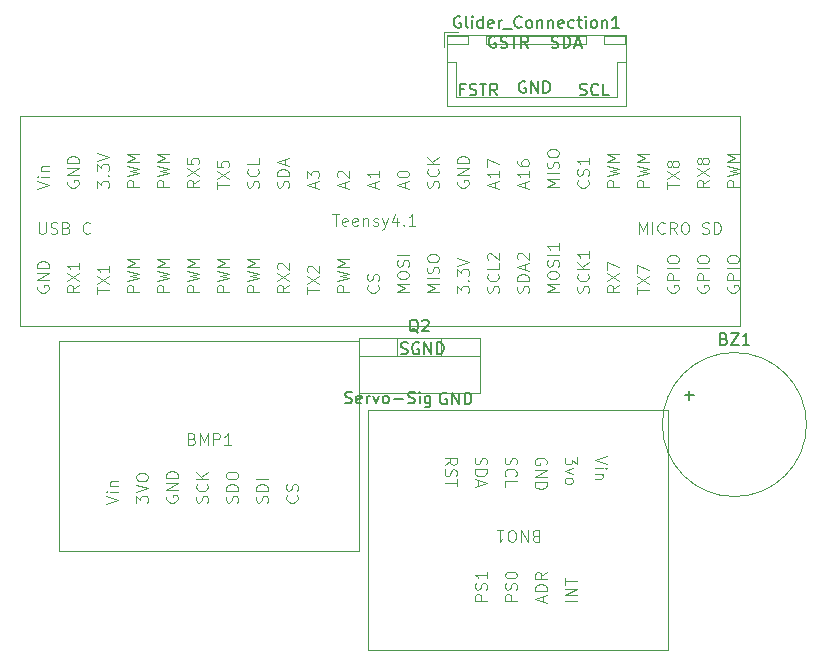
<source format=gbr>
%TF.GenerationSoftware,KiCad,Pcbnew,7.0.6-0*%
%TF.CreationDate,2023-11-16T12:12:08-05:00*%
%TF.ProjectId,TADPOL PCB,54414450-4f4c-4205-9043-422e6b696361,rev?*%
%TF.SameCoordinates,Original*%
%TF.FileFunction,Legend,Top*%
%TF.FilePolarity,Positive*%
%FSLAX46Y46*%
G04 Gerber Fmt 4.6, Leading zero omitted, Abs format (unit mm)*
G04 Created by KiCad (PCBNEW 7.0.6-0) date 2023-11-16 12:12:08*
%MOMM*%
%LPD*%
G01*
G04 APERTURE LIST*
%ADD10C,0.150000*%
%ADD11C,0.100000*%
%ADD12C,0.120000*%
G04 APERTURE END LIST*
D10*
X206127160Y-87154200D02*
X206270017Y-87201819D01*
X206270017Y-87201819D02*
X206508112Y-87201819D01*
X206508112Y-87201819D02*
X206603350Y-87154200D01*
X206603350Y-87154200D02*
X206650969Y-87106580D01*
X206650969Y-87106580D02*
X206698588Y-87011342D01*
X206698588Y-87011342D02*
X206698588Y-86916104D01*
X206698588Y-86916104D02*
X206650969Y-86820866D01*
X206650969Y-86820866D02*
X206603350Y-86773247D01*
X206603350Y-86773247D02*
X206508112Y-86725628D01*
X206508112Y-86725628D02*
X206317636Y-86678009D01*
X206317636Y-86678009D02*
X206222398Y-86630390D01*
X206222398Y-86630390D02*
X206174779Y-86582771D01*
X206174779Y-86582771D02*
X206127160Y-86487533D01*
X206127160Y-86487533D02*
X206127160Y-86392295D01*
X206127160Y-86392295D02*
X206174779Y-86297057D01*
X206174779Y-86297057D02*
X206222398Y-86249438D01*
X206222398Y-86249438D02*
X206317636Y-86201819D01*
X206317636Y-86201819D02*
X206555731Y-86201819D01*
X206555731Y-86201819D02*
X206698588Y-86249438D01*
X207698588Y-87106580D02*
X207650969Y-87154200D01*
X207650969Y-87154200D02*
X207508112Y-87201819D01*
X207508112Y-87201819D02*
X207412874Y-87201819D01*
X207412874Y-87201819D02*
X207270017Y-87154200D01*
X207270017Y-87154200D02*
X207174779Y-87058961D01*
X207174779Y-87058961D02*
X207127160Y-86963723D01*
X207127160Y-86963723D02*
X207079541Y-86773247D01*
X207079541Y-86773247D02*
X207079541Y-86630390D01*
X207079541Y-86630390D02*
X207127160Y-86439914D01*
X207127160Y-86439914D02*
X207174779Y-86344676D01*
X207174779Y-86344676D02*
X207270017Y-86249438D01*
X207270017Y-86249438D02*
X207412874Y-86201819D01*
X207412874Y-86201819D02*
X207508112Y-86201819D01*
X207508112Y-86201819D02*
X207650969Y-86249438D01*
X207650969Y-86249438D02*
X207698588Y-86297057D01*
X208603350Y-87201819D02*
X208127160Y-87201819D01*
X208127160Y-87201819D02*
X208127160Y-86201819D01*
X201520588Y-86039438D02*
X201425350Y-85991819D01*
X201425350Y-85991819D02*
X201282493Y-85991819D01*
X201282493Y-85991819D02*
X201139636Y-86039438D01*
X201139636Y-86039438D02*
X201044398Y-86134676D01*
X201044398Y-86134676D02*
X200996779Y-86229914D01*
X200996779Y-86229914D02*
X200949160Y-86420390D01*
X200949160Y-86420390D02*
X200949160Y-86563247D01*
X200949160Y-86563247D02*
X200996779Y-86753723D01*
X200996779Y-86753723D02*
X201044398Y-86848961D01*
X201044398Y-86848961D02*
X201139636Y-86944200D01*
X201139636Y-86944200D02*
X201282493Y-86991819D01*
X201282493Y-86991819D02*
X201377731Y-86991819D01*
X201377731Y-86991819D02*
X201520588Y-86944200D01*
X201520588Y-86944200D02*
X201568207Y-86896580D01*
X201568207Y-86896580D02*
X201568207Y-86563247D01*
X201568207Y-86563247D02*
X201377731Y-86563247D01*
X201996779Y-86991819D02*
X201996779Y-85991819D01*
X201996779Y-85991819D02*
X202568207Y-86991819D01*
X202568207Y-86991819D02*
X202568207Y-85991819D01*
X203044398Y-86991819D02*
X203044398Y-85991819D01*
X203044398Y-85991819D02*
X203282493Y-85991819D01*
X203282493Y-85991819D02*
X203425350Y-86039438D01*
X203425350Y-86039438D02*
X203520588Y-86134676D01*
X203520588Y-86134676D02*
X203568207Y-86229914D01*
X203568207Y-86229914D02*
X203615826Y-86420390D01*
X203615826Y-86420390D02*
X203615826Y-86563247D01*
X203615826Y-86563247D02*
X203568207Y-86753723D01*
X203568207Y-86753723D02*
X203520588Y-86848961D01*
X203520588Y-86848961D02*
X203425350Y-86944200D01*
X203425350Y-86944200D02*
X203282493Y-86991819D01*
X203282493Y-86991819D02*
X203044398Y-86991819D01*
X203743160Y-83134200D02*
X203886017Y-83181819D01*
X203886017Y-83181819D02*
X204124112Y-83181819D01*
X204124112Y-83181819D02*
X204219350Y-83134200D01*
X204219350Y-83134200D02*
X204266969Y-83086580D01*
X204266969Y-83086580D02*
X204314588Y-82991342D01*
X204314588Y-82991342D02*
X204314588Y-82896104D01*
X204314588Y-82896104D02*
X204266969Y-82800866D01*
X204266969Y-82800866D02*
X204219350Y-82753247D01*
X204219350Y-82753247D02*
X204124112Y-82705628D01*
X204124112Y-82705628D02*
X203933636Y-82658009D01*
X203933636Y-82658009D02*
X203838398Y-82610390D01*
X203838398Y-82610390D02*
X203790779Y-82562771D01*
X203790779Y-82562771D02*
X203743160Y-82467533D01*
X203743160Y-82467533D02*
X203743160Y-82372295D01*
X203743160Y-82372295D02*
X203790779Y-82277057D01*
X203790779Y-82277057D02*
X203838398Y-82229438D01*
X203838398Y-82229438D02*
X203933636Y-82181819D01*
X203933636Y-82181819D02*
X204171731Y-82181819D01*
X204171731Y-82181819D02*
X204314588Y-82229438D01*
X204743160Y-83181819D02*
X204743160Y-82181819D01*
X204743160Y-82181819D02*
X204981255Y-82181819D01*
X204981255Y-82181819D02*
X205124112Y-82229438D01*
X205124112Y-82229438D02*
X205219350Y-82324676D01*
X205219350Y-82324676D02*
X205266969Y-82419914D01*
X205266969Y-82419914D02*
X205314588Y-82610390D01*
X205314588Y-82610390D02*
X205314588Y-82753247D01*
X205314588Y-82753247D02*
X205266969Y-82943723D01*
X205266969Y-82943723D02*
X205219350Y-83038961D01*
X205219350Y-83038961D02*
X205124112Y-83134200D01*
X205124112Y-83134200D02*
X204981255Y-83181819D01*
X204981255Y-83181819D02*
X204743160Y-83181819D01*
X205695541Y-82896104D02*
X206171731Y-82896104D01*
X205600303Y-83181819D02*
X205933636Y-82181819D01*
X205933636Y-82181819D02*
X206266969Y-83181819D01*
X196308112Y-86678009D02*
X195974779Y-86678009D01*
X195974779Y-87201819D02*
X195974779Y-86201819D01*
X195974779Y-86201819D02*
X196450969Y-86201819D01*
X196784303Y-87154200D02*
X196927160Y-87201819D01*
X196927160Y-87201819D02*
X197165255Y-87201819D01*
X197165255Y-87201819D02*
X197260493Y-87154200D01*
X197260493Y-87154200D02*
X197308112Y-87106580D01*
X197308112Y-87106580D02*
X197355731Y-87011342D01*
X197355731Y-87011342D02*
X197355731Y-86916104D01*
X197355731Y-86916104D02*
X197308112Y-86820866D01*
X197308112Y-86820866D02*
X197260493Y-86773247D01*
X197260493Y-86773247D02*
X197165255Y-86725628D01*
X197165255Y-86725628D02*
X196974779Y-86678009D01*
X196974779Y-86678009D02*
X196879541Y-86630390D01*
X196879541Y-86630390D02*
X196831922Y-86582771D01*
X196831922Y-86582771D02*
X196784303Y-86487533D01*
X196784303Y-86487533D02*
X196784303Y-86392295D01*
X196784303Y-86392295D02*
X196831922Y-86297057D01*
X196831922Y-86297057D02*
X196879541Y-86249438D01*
X196879541Y-86249438D02*
X196974779Y-86201819D01*
X196974779Y-86201819D02*
X197212874Y-86201819D01*
X197212874Y-86201819D02*
X197355731Y-86249438D01*
X197641446Y-86201819D02*
X198212874Y-86201819D01*
X197927160Y-87201819D02*
X197927160Y-86201819D01*
X199117636Y-87201819D02*
X198784303Y-86725628D01*
X198546208Y-87201819D02*
X198546208Y-86201819D01*
X198546208Y-86201819D02*
X198927160Y-86201819D01*
X198927160Y-86201819D02*
X199022398Y-86249438D01*
X199022398Y-86249438D02*
X199070017Y-86297057D01*
X199070017Y-86297057D02*
X199117636Y-86392295D01*
X199117636Y-86392295D02*
X199117636Y-86535152D01*
X199117636Y-86535152D02*
X199070017Y-86630390D01*
X199070017Y-86630390D02*
X199022398Y-86678009D01*
X199022398Y-86678009D02*
X198927160Y-86725628D01*
X198927160Y-86725628D02*
X198546208Y-86725628D01*
X198980588Y-82229438D02*
X198885350Y-82181819D01*
X198885350Y-82181819D02*
X198742493Y-82181819D01*
X198742493Y-82181819D02*
X198599636Y-82229438D01*
X198599636Y-82229438D02*
X198504398Y-82324676D01*
X198504398Y-82324676D02*
X198456779Y-82419914D01*
X198456779Y-82419914D02*
X198409160Y-82610390D01*
X198409160Y-82610390D02*
X198409160Y-82753247D01*
X198409160Y-82753247D02*
X198456779Y-82943723D01*
X198456779Y-82943723D02*
X198504398Y-83038961D01*
X198504398Y-83038961D02*
X198599636Y-83134200D01*
X198599636Y-83134200D02*
X198742493Y-83181819D01*
X198742493Y-83181819D02*
X198837731Y-83181819D01*
X198837731Y-83181819D02*
X198980588Y-83134200D01*
X198980588Y-83134200D02*
X199028207Y-83086580D01*
X199028207Y-83086580D02*
X199028207Y-82753247D01*
X199028207Y-82753247D02*
X198837731Y-82753247D01*
X199409160Y-83134200D02*
X199552017Y-83181819D01*
X199552017Y-83181819D02*
X199790112Y-83181819D01*
X199790112Y-83181819D02*
X199885350Y-83134200D01*
X199885350Y-83134200D02*
X199932969Y-83086580D01*
X199932969Y-83086580D02*
X199980588Y-82991342D01*
X199980588Y-82991342D02*
X199980588Y-82896104D01*
X199980588Y-82896104D02*
X199932969Y-82800866D01*
X199932969Y-82800866D02*
X199885350Y-82753247D01*
X199885350Y-82753247D02*
X199790112Y-82705628D01*
X199790112Y-82705628D02*
X199599636Y-82658009D01*
X199599636Y-82658009D02*
X199504398Y-82610390D01*
X199504398Y-82610390D02*
X199456779Y-82562771D01*
X199456779Y-82562771D02*
X199409160Y-82467533D01*
X199409160Y-82467533D02*
X199409160Y-82372295D01*
X199409160Y-82372295D02*
X199456779Y-82277057D01*
X199456779Y-82277057D02*
X199504398Y-82229438D01*
X199504398Y-82229438D02*
X199599636Y-82181819D01*
X199599636Y-82181819D02*
X199837731Y-82181819D01*
X199837731Y-82181819D02*
X199980588Y-82229438D01*
X200266303Y-82181819D02*
X200837731Y-82181819D01*
X200552017Y-83181819D02*
X200552017Y-82181819D01*
X201742493Y-83181819D02*
X201409160Y-82705628D01*
X201171065Y-83181819D02*
X201171065Y-82181819D01*
X201171065Y-82181819D02*
X201552017Y-82181819D01*
X201552017Y-82181819D02*
X201647255Y-82229438D01*
X201647255Y-82229438D02*
X201694874Y-82277057D01*
X201694874Y-82277057D02*
X201742493Y-82372295D01*
X201742493Y-82372295D02*
X201742493Y-82515152D01*
X201742493Y-82515152D02*
X201694874Y-82610390D01*
X201694874Y-82610390D02*
X201647255Y-82658009D01*
X201647255Y-82658009D02*
X201552017Y-82705628D01*
X201552017Y-82705628D02*
X201171065Y-82705628D01*
X186242560Y-113233200D02*
X186385417Y-113280819D01*
X186385417Y-113280819D02*
X186623512Y-113280819D01*
X186623512Y-113280819D02*
X186718750Y-113233200D01*
X186718750Y-113233200D02*
X186766369Y-113185580D01*
X186766369Y-113185580D02*
X186813988Y-113090342D01*
X186813988Y-113090342D02*
X186813988Y-112995104D01*
X186813988Y-112995104D02*
X186766369Y-112899866D01*
X186766369Y-112899866D02*
X186718750Y-112852247D01*
X186718750Y-112852247D02*
X186623512Y-112804628D01*
X186623512Y-112804628D02*
X186433036Y-112757009D01*
X186433036Y-112757009D02*
X186337798Y-112709390D01*
X186337798Y-112709390D02*
X186290179Y-112661771D01*
X186290179Y-112661771D02*
X186242560Y-112566533D01*
X186242560Y-112566533D02*
X186242560Y-112471295D01*
X186242560Y-112471295D02*
X186290179Y-112376057D01*
X186290179Y-112376057D02*
X186337798Y-112328438D01*
X186337798Y-112328438D02*
X186433036Y-112280819D01*
X186433036Y-112280819D02*
X186671131Y-112280819D01*
X186671131Y-112280819D02*
X186813988Y-112328438D01*
X187623512Y-113233200D02*
X187528274Y-113280819D01*
X187528274Y-113280819D02*
X187337798Y-113280819D01*
X187337798Y-113280819D02*
X187242560Y-113233200D01*
X187242560Y-113233200D02*
X187194941Y-113137961D01*
X187194941Y-113137961D02*
X187194941Y-112757009D01*
X187194941Y-112757009D02*
X187242560Y-112661771D01*
X187242560Y-112661771D02*
X187337798Y-112614152D01*
X187337798Y-112614152D02*
X187528274Y-112614152D01*
X187528274Y-112614152D02*
X187623512Y-112661771D01*
X187623512Y-112661771D02*
X187671131Y-112757009D01*
X187671131Y-112757009D02*
X187671131Y-112852247D01*
X187671131Y-112852247D02*
X187194941Y-112947485D01*
X188099703Y-113280819D02*
X188099703Y-112614152D01*
X188099703Y-112804628D02*
X188147322Y-112709390D01*
X188147322Y-112709390D02*
X188194941Y-112661771D01*
X188194941Y-112661771D02*
X188290179Y-112614152D01*
X188290179Y-112614152D02*
X188385417Y-112614152D01*
X188623513Y-112614152D02*
X188861608Y-113280819D01*
X188861608Y-113280819D02*
X189099703Y-112614152D01*
X189623513Y-113280819D02*
X189528275Y-113233200D01*
X189528275Y-113233200D02*
X189480656Y-113185580D01*
X189480656Y-113185580D02*
X189433037Y-113090342D01*
X189433037Y-113090342D02*
X189433037Y-112804628D01*
X189433037Y-112804628D02*
X189480656Y-112709390D01*
X189480656Y-112709390D02*
X189528275Y-112661771D01*
X189528275Y-112661771D02*
X189623513Y-112614152D01*
X189623513Y-112614152D02*
X189766370Y-112614152D01*
X189766370Y-112614152D02*
X189861608Y-112661771D01*
X189861608Y-112661771D02*
X189909227Y-112709390D01*
X189909227Y-112709390D02*
X189956846Y-112804628D01*
X189956846Y-112804628D02*
X189956846Y-113090342D01*
X189956846Y-113090342D02*
X189909227Y-113185580D01*
X189909227Y-113185580D02*
X189861608Y-113233200D01*
X189861608Y-113233200D02*
X189766370Y-113280819D01*
X189766370Y-113280819D02*
X189623513Y-113280819D01*
X190385418Y-112899866D02*
X191147323Y-112899866D01*
X191575894Y-113233200D02*
X191718751Y-113280819D01*
X191718751Y-113280819D02*
X191956846Y-113280819D01*
X191956846Y-113280819D02*
X192052084Y-113233200D01*
X192052084Y-113233200D02*
X192099703Y-113185580D01*
X192099703Y-113185580D02*
X192147322Y-113090342D01*
X192147322Y-113090342D02*
X192147322Y-112995104D01*
X192147322Y-112995104D02*
X192099703Y-112899866D01*
X192099703Y-112899866D02*
X192052084Y-112852247D01*
X192052084Y-112852247D02*
X191956846Y-112804628D01*
X191956846Y-112804628D02*
X191766370Y-112757009D01*
X191766370Y-112757009D02*
X191671132Y-112709390D01*
X191671132Y-112709390D02*
X191623513Y-112661771D01*
X191623513Y-112661771D02*
X191575894Y-112566533D01*
X191575894Y-112566533D02*
X191575894Y-112471295D01*
X191575894Y-112471295D02*
X191623513Y-112376057D01*
X191623513Y-112376057D02*
X191671132Y-112328438D01*
X191671132Y-112328438D02*
X191766370Y-112280819D01*
X191766370Y-112280819D02*
X192004465Y-112280819D01*
X192004465Y-112280819D02*
X192147322Y-112328438D01*
X192575894Y-113280819D02*
X192575894Y-112614152D01*
X192575894Y-112280819D02*
X192528275Y-112328438D01*
X192528275Y-112328438D02*
X192575894Y-112376057D01*
X192575894Y-112376057D02*
X192623513Y-112328438D01*
X192623513Y-112328438D02*
X192575894Y-112280819D01*
X192575894Y-112280819D02*
X192575894Y-112376057D01*
X193480655Y-112614152D02*
X193480655Y-113423676D01*
X193480655Y-113423676D02*
X193433036Y-113518914D01*
X193433036Y-113518914D02*
X193385417Y-113566533D01*
X193385417Y-113566533D02*
X193290179Y-113614152D01*
X193290179Y-113614152D02*
X193147322Y-113614152D01*
X193147322Y-113614152D02*
X193052084Y-113566533D01*
X193480655Y-113233200D02*
X193385417Y-113280819D01*
X193385417Y-113280819D02*
X193194941Y-113280819D01*
X193194941Y-113280819D02*
X193099703Y-113233200D01*
X193099703Y-113233200D02*
X193052084Y-113185580D01*
X193052084Y-113185580D02*
X193004465Y-113090342D01*
X193004465Y-113090342D02*
X193004465Y-112804628D01*
X193004465Y-112804628D02*
X193052084Y-112709390D01*
X193052084Y-112709390D02*
X193099703Y-112661771D01*
X193099703Y-112661771D02*
X193194941Y-112614152D01*
X193194941Y-112614152D02*
X193385417Y-112614152D01*
X193385417Y-112614152D02*
X193480655Y-112661771D01*
X190971160Y-109060200D02*
X191114017Y-109107819D01*
X191114017Y-109107819D02*
X191352112Y-109107819D01*
X191352112Y-109107819D02*
X191447350Y-109060200D01*
X191447350Y-109060200D02*
X191494969Y-109012580D01*
X191494969Y-109012580D02*
X191542588Y-108917342D01*
X191542588Y-108917342D02*
X191542588Y-108822104D01*
X191542588Y-108822104D02*
X191494969Y-108726866D01*
X191494969Y-108726866D02*
X191447350Y-108679247D01*
X191447350Y-108679247D02*
X191352112Y-108631628D01*
X191352112Y-108631628D02*
X191161636Y-108584009D01*
X191161636Y-108584009D02*
X191066398Y-108536390D01*
X191066398Y-108536390D02*
X191018779Y-108488771D01*
X191018779Y-108488771D02*
X190971160Y-108393533D01*
X190971160Y-108393533D02*
X190971160Y-108298295D01*
X190971160Y-108298295D02*
X191018779Y-108203057D01*
X191018779Y-108203057D02*
X191066398Y-108155438D01*
X191066398Y-108155438D02*
X191161636Y-108107819D01*
X191161636Y-108107819D02*
X191399731Y-108107819D01*
X191399731Y-108107819D02*
X191542588Y-108155438D01*
X192494969Y-108155438D02*
X192399731Y-108107819D01*
X192399731Y-108107819D02*
X192256874Y-108107819D01*
X192256874Y-108107819D02*
X192114017Y-108155438D01*
X192114017Y-108155438D02*
X192018779Y-108250676D01*
X192018779Y-108250676D02*
X191971160Y-108345914D01*
X191971160Y-108345914D02*
X191923541Y-108536390D01*
X191923541Y-108536390D02*
X191923541Y-108679247D01*
X191923541Y-108679247D02*
X191971160Y-108869723D01*
X191971160Y-108869723D02*
X192018779Y-108964961D01*
X192018779Y-108964961D02*
X192114017Y-109060200D01*
X192114017Y-109060200D02*
X192256874Y-109107819D01*
X192256874Y-109107819D02*
X192352112Y-109107819D01*
X192352112Y-109107819D02*
X192494969Y-109060200D01*
X192494969Y-109060200D02*
X192542588Y-109012580D01*
X192542588Y-109012580D02*
X192542588Y-108679247D01*
X192542588Y-108679247D02*
X192352112Y-108679247D01*
X192971160Y-109107819D02*
X192971160Y-108107819D01*
X192971160Y-108107819D02*
X193542588Y-109107819D01*
X193542588Y-109107819D02*
X193542588Y-108107819D01*
X194018779Y-109107819D02*
X194018779Y-108107819D01*
X194018779Y-108107819D02*
X194256874Y-108107819D01*
X194256874Y-108107819D02*
X194399731Y-108155438D01*
X194399731Y-108155438D02*
X194494969Y-108250676D01*
X194494969Y-108250676D02*
X194542588Y-108345914D01*
X194542588Y-108345914D02*
X194590207Y-108536390D01*
X194590207Y-108536390D02*
X194590207Y-108679247D01*
X194590207Y-108679247D02*
X194542588Y-108869723D01*
X194542588Y-108869723D02*
X194494969Y-108964961D01*
X194494969Y-108964961D02*
X194399731Y-109060200D01*
X194399731Y-109060200D02*
X194256874Y-109107819D01*
X194256874Y-109107819D02*
X194018779Y-109107819D01*
X194840388Y-112404638D02*
X194745150Y-112357019D01*
X194745150Y-112357019D02*
X194602293Y-112357019D01*
X194602293Y-112357019D02*
X194459436Y-112404638D01*
X194459436Y-112404638D02*
X194364198Y-112499876D01*
X194364198Y-112499876D02*
X194316579Y-112595114D01*
X194316579Y-112595114D02*
X194268960Y-112785590D01*
X194268960Y-112785590D02*
X194268960Y-112928447D01*
X194268960Y-112928447D02*
X194316579Y-113118923D01*
X194316579Y-113118923D02*
X194364198Y-113214161D01*
X194364198Y-113214161D02*
X194459436Y-113309400D01*
X194459436Y-113309400D02*
X194602293Y-113357019D01*
X194602293Y-113357019D02*
X194697531Y-113357019D01*
X194697531Y-113357019D02*
X194840388Y-113309400D01*
X194840388Y-113309400D02*
X194888007Y-113261780D01*
X194888007Y-113261780D02*
X194888007Y-112928447D01*
X194888007Y-112928447D02*
X194697531Y-112928447D01*
X195316579Y-113357019D02*
X195316579Y-112357019D01*
X195316579Y-112357019D02*
X195888007Y-113357019D01*
X195888007Y-113357019D02*
X195888007Y-112357019D01*
X196364198Y-113357019D02*
X196364198Y-112357019D01*
X196364198Y-112357019D02*
X196602293Y-112357019D01*
X196602293Y-112357019D02*
X196745150Y-112404638D01*
X196745150Y-112404638D02*
X196840388Y-112499876D01*
X196840388Y-112499876D02*
X196888007Y-112595114D01*
X196888007Y-112595114D02*
X196935626Y-112785590D01*
X196935626Y-112785590D02*
X196935626Y-112928447D01*
X196935626Y-112928447D02*
X196888007Y-113118923D01*
X196888007Y-113118923D02*
X196840388Y-113214161D01*
X196840388Y-113214161D02*
X196745150Y-113309400D01*
X196745150Y-113309400D02*
X196602293Y-113357019D01*
X196602293Y-113357019D02*
X196364198Y-113357019D01*
X192436761Y-107278057D02*
X192341523Y-107230438D01*
X192341523Y-107230438D02*
X192246285Y-107135200D01*
X192246285Y-107135200D02*
X192103428Y-106992342D01*
X192103428Y-106992342D02*
X192008190Y-106944723D01*
X192008190Y-106944723D02*
X191912952Y-106944723D01*
X191960571Y-107182819D02*
X191865333Y-107135200D01*
X191865333Y-107135200D02*
X191770095Y-107039961D01*
X191770095Y-107039961D02*
X191722476Y-106849485D01*
X191722476Y-106849485D02*
X191722476Y-106516152D01*
X191722476Y-106516152D02*
X191770095Y-106325676D01*
X191770095Y-106325676D02*
X191865333Y-106230438D01*
X191865333Y-106230438D02*
X191960571Y-106182819D01*
X191960571Y-106182819D02*
X192151047Y-106182819D01*
X192151047Y-106182819D02*
X192246285Y-106230438D01*
X192246285Y-106230438D02*
X192341523Y-106325676D01*
X192341523Y-106325676D02*
X192389142Y-106516152D01*
X192389142Y-106516152D02*
X192389142Y-106849485D01*
X192389142Y-106849485D02*
X192341523Y-107039961D01*
X192341523Y-107039961D02*
X192246285Y-107135200D01*
X192246285Y-107135200D02*
X192151047Y-107182819D01*
X192151047Y-107182819D02*
X191960571Y-107182819D01*
X192770095Y-106278057D02*
X192817714Y-106230438D01*
X192817714Y-106230438D02*
X192912952Y-106182819D01*
X192912952Y-106182819D02*
X193151047Y-106182819D01*
X193151047Y-106182819D02*
X193246285Y-106230438D01*
X193246285Y-106230438D02*
X193293904Y-106278057D01*
X193293904Y-106278057D02*
X193341523Y-106373295D01*
X193341523Y-106373295D02*
X193341523Y-106468533D01*
X193341523Y-106468533D02*
X193293904Y-106611390D01*
X193293904Y-106611390D02*
X192722476Y-107182819D01*
X192722476Y-107182819D02*
X193341523Y-107182819D01*
D11*
X173275809Y-116273609D02*
X173418666Y-116321228D01*
X173418666Y-116321228D02*
X173466285Y-116368847D01*
X173466285Y-116368847D02*
X173513904Y-116464085D01*
X173513904Y-116464085D02*
X173513904Y-116606942D01*
X173513904Y-116606942D02*
X173466285Y-116702180D01*
X173466285Y-116702180D02*
X173418666Y-116749800D01*
X173418666Y-116749800D02*
X173323428Y-116797419D01*
X173323428Y-116797419D02*
X172942476Y-116797419D01*
X172942476Y-116797419D02*
X172942476Y-115797419D01*
X172942476Y-115797419D02*
X173275809Y-115797419D01*
X173275809Y-115797419D02*
X173371047Y-115845038D01*
X173371047Y-115845038D02*
X173418666Y-115892657D01*
X173418666Y-115892657D02*
X173466285Y-115987895D01*
X173466285Y-115987895D02*
X173466285Y-116083133D01*
X173466285Y-116083133D02*
X173418666Y-116178371D01*
X173418666Y-116178371D02*
X173371047Y-116225990D01*
X173371047Y-116225990D02*
X173275809Y-116273609D01*
X173275809Y-116273609D02*
X172942476Y-116273609D01*
X173942476Y-116797419D02*
X173942476Y-115797419D01*
X173942476Y-115797419D02*
X174275809Y-116511704D01*
X174275809Y-116511704D02*
X174609142Y-115797419D01*
X174609142Y-115797419D02*
X174609142Y-116797419D01*
X175085333Y-116797419D02*
X175085333Y-115797419D01*
X175085333Y-115797419D02*
X175466285Y-115797419D01*
X175466285Y-115797419D02*
X175561523Y-115845038D01*
X175561523Y-115845038D02*
X175609142Y-115892657D01*
X175609142Y-115892657D02*
X175656761Y-115987895D01*
X175656761Y-115987895D02*
X175656761Y-116130752D01*
X175656761Y-116130752D02*
X175609142Y-116225990D01*
X175609142Y-116225990D02*
X175561523Y-116273609D01*
X175561523Y-116273609D02*
X175466285Y-116321228D01*
X175466285Y-116321228D02*
X175085333Y-116321228D01*
X176609142Y-116797419D02*
X176037714Y-116797419D01*
X176323428Y-116797419D02*
X176323428Y-115797419D01*
X176323428Y-115797419D02*
X176228190Y-115940276D01*
X176228190Y-115940276D02*
X176132952Y-116035514D01*
X176132952Y-116035514D02*
X176037714Y-116083133D01*
X179656800Y-121663734D02*
X179704419Y-121520877D01*
X179704419Y-121520877D02*
X179704419Y-121282782D01*
X179704419Y-121282782D02*
X179656800Y-121187544D01*
X179656800Y-121187544D02*
X179609180Y-121139925D01*
X179609180Y-121139925D02*
X179513942Y-121092306D01*
X179513942Y-121092306D02*
X179418704Y-121092306D01*
X179418704Y-121092306D02*
X179323466Y-121139925D01*
X179323466Y-121139925D02*
X179275847Y-121187544D01*
X179275847Y-121187544D02*
X179228228Y-121282782D01*
X179228228Y-121282782D02*
X179180609Y-121473258D01*
X179180609Y-121473258D02*
X179132990Y-121568496D01*
X179132990Y-121568496D02*
X179085371Y-121616115D01*
X179085371Y-121616115D02*
X178990133Y-121663734D01*
X178990133Y-121663734D02*
X178894895Y-121663734D01*
X178894895Y-121663734D02*
X178799657Y-121616115D01*
X178799657Y-121616115D02*
X178752038Y-121568496D01*
X178752038Y-121568496D02*
X178704419Y-121473258D01*
X178704419Y-121473258D02*
X178704419Y-121235163D01*
X178704419Y-121235163D02*
X178752038Y-121092306D01*
X179704419Y-120663734D02*
X178704419Y-120663734D01*
X178704419Y-120663734D02*
X178704419Y-120425639D01*
X178704419Y-120425639D02*
X178752038Y-120282782D01*
X178752038Y-120282782D02*
X178847276Y-120187544D01*
X178847276Y-120187544D02*
X178942514Y-120139925D01*
X178942514Y-120139925D02*
X179132990Y-120092306D01*
X179132990Y-120092306D02*
X179275847Y-120092306D01*
X179275847Y-120092306D02*
X179466323Y-120139925D01*
X179466323Y-120139925D02*
X179561561Y-120187544D01*
X179561561Y-120187544D02*
X179656800Y-120282782D01*
X179656800Y-120282782D02*
X179704419Y-120425639D01*
X179704419Y-120425639D02*
X179704419Y-120663734D01*
X179704419Y-119663734D02*
X178704419Y-119663734D01*
X171132038Y-121092306D02*
X171084419Y-121187544D01*
X171084419Y-121187544D02*
X171084419Y-121330401D01*
X171084419Y-121330401D02*
X171132038Y-121473258D01*
X171132038Y-121473258D02*
X171227276Y-121568496D01*
X171227276Y-121568496D02*
X171322514Y-121616115D01*
X171322514Y-121616115D02*
X171512990Y-121663734D01*
X171512990Y-121663734D02*
X171655847Y-121663734D01*
X171655847Y-121663734D02*
X171846323Y-121616115D01*
X171846323Y-121616115D02*
X171941561Y-121568496D01*
X171941561Y-121568496D02*
X172036800Y-121473258D01*
X172036800Y-121473258D02*
X172084419Y-121330401D01*
X172084419Y-121330401D02*
X172084419Y-121235163D01*
X172084419Y-121235163D02*
X172036800Y-121092306D01*
X172036800Y-121092306D02*
X171989180Y-121044687D01*
X171989180Y-121044687D02*
X171655847Y-121044687D01*
X171655847Y-121044687D02*
X171655847Y-121235163D01*
X172084419Y-120616115D02*
X171084419Y-120616115D01*
X171084419Y-120616115D02*
X172084419Y-120044687D01*
X172084419Y-120044687D02*
X171084419Y-120044687D01*
X172084419Y-119568496D02*
X171084419Y-119568496D01*
X171084419Y-119568496D02*
X171084419Y-119330401D01*
X171084419Y-119330401D02*
X171132038Y-119187544D01*
X171132038Y-119187544D02*
X171227276Y-119092306D01*
X171227276Y-119092306D02*
X171322514Y-119044687D01*
X171322514Y-119044687D02*
X171512990Y-118997068D01*
X171512990Y-118997068D02*
X171655847Y-118997068D01*
X171655847Y-118997068D02*
X171846323Y-119044687D01*
X171846323Y-119044687D02*
X171941561Y-119092306D01*
X171941561Y-119092306D02*
X172036800Y-119187544D01*
X172036800Y-119187544D02*
X172084419Y-119330401D01*
X172084419Y-119330401D02*
X172084419Y-119568496D01*
X168544419Y-121711353D02*
X168544419Y-121092306D01*
X168544419Y-121092306D02*
X168925371Y-121425639D01*
X168925371Y-121425639D02*
X168925371Y-121282782D01*
X168925371Y-121282782D02*
X168972990Y-121187544D01*
X168972990Y-121187544D02*
X169020609Y-121139925D01*
X169020609Y-121139925D02*
X169115847Y-121092306D01*
X169115847Y-121092306D02*
X169353942Y-121092306D01*
X169353942Y-121092306D02*
X169449180Y-121139925D01*
X169449180Y-121139925D02*
X169496800Y-121187544D01*
X169496800Y-121187544D02*
X169544419Y-121282782D01*
X169544419Y-121282782D02*
X169544419Y-121568496D01*
X169544419Y-121568496D02*
X169496800Y-121663734D01*
X169496800Y-121663734D02*
X169449180Y-121711353D01*
X168544419Y-120806591D02*
X169544419Y-120473258D01*
X169544419Y-120473258D02*
X168544419Y-120139925D01*
X168544419Y-119616115D02*
X168544419Y-119425639D01*
X168544419Y-119425639D02*
X168592038Y-119330401D01*
X168592038Y-119330401D02*
X168687276Y-119235163D01*
X168687276Y-119235163D02*
X168877752Y-119187544D01*
X168877752Y-119187544D02*
X169211085Y-119187544D01*
X169211085Y-119187544D02*
X169401561Y-119235163D01*
X169401561Y-119235163D02*
X169496800Y-119330401D01*
X169496800Y-119330401D02*
X169544419Y-119425639D01*
X169544419Y-119425639D02*
X169544419Y-119616115D01*
X169544419Y-119616115D02*
X169496800Y-119711353D01*
X169496800Y-119711353D02*
X169401561Y-119806591D01*
X169401561Y-119806591D02*
X169211085Y-119854210D01*
X169211085Y-119854210D02*
X168877752Y-119854210D01*
X168877752Y-119854210D02*
X168687276Y-119806591D01*
X168687276Y-119806591D02*
X168592038Y-119711353D01*
X168592038Y-119711353D02*
X168544419Y-119616115D01*
X174576800Y-121663734D02*
X174624419Y-121520877D01*
X174624419Y-121520877D02*
X174624419Y-121282782D01*
X174624419Y-121282782D02*
X174576800Y-121187544D01*
X174576800Y-121187544D02*
X174529180Y-121139925D01*
X174529180Y-121139925D02*
X174433942Y-121092306D01*
X174433942Y-121092306D02*
X174338704Y-121092306D01*
X174338704Y-121092306D02*
X174243466Y-121139925D01*
X174243466Y-121139925D02*
X174195847Y-121187544D01*
X174195847Y-121187544D02*
X174148228Y-121282782D01*
X174148228Y-121282782D02*
X174100609Y-121473258D01*
X174100609Y-121473258D02*
X174052990Y-121568496D01*
X174052990Y-121568496D02*
X174005371Y-121616115D01*
X174005371Y-121616115D02*
X173910133Y-121663734D01*
X173910133Y-121663734D02*
X173814895Y-121663734D01*
X173814895Y-121663734D02*
X173719657Y-121616115D01*
X173719657Y-121616115D02*
X173672038Y-121568496D01*
X173672038Y-121568496D02*
X173624419Y-121473258D01*
X173624419Y-121473258D02*
X173624419Y-121235163D01*
X173624419Y-121235163D02*
X173672038Y-121092306D01*
X174529180Y-120092306D02*
X174576800Y-120139925D01*
X174576800Y-120139925D02*
X174624419Y-120282782D01*
X174624419Y-120282782D02*
X174624419Y-120378020D01*
X174624419Y-120378020D02*
X174576800Y-120520877D01*
X174576800Y-120520877D02*
X174481561Y-120616115D01*
X174481561Y-120616115D02*
X174386323Y-120663734D01*
X174386323Y-120663734D02*
X174195847Y-120711353D01*
X174195847Y-120711353D02*
X174052990Y-120711353D01*
X174052990Y-120711353D02*
X173862514Y-120663734D01*
X173862514Y-120663734D02*
X173767276Y-120616115D01*
X173767276Y-120616115D02*
X173672038Y-120520877D01*
X173672038Y-120520877D02*
X173624419Y-120378020D01*
X173624419Y-120378020D02*
X173624419Y-120282782D01*
X173624419Y-120282782D02*
X173672038Y-120139925D01*
X173672038Y-120139925D02*
X173719657Y-120092306D01*
X174624419Y-119663734D02*
X173624419Y-119663734D01*
X174624419Y-119092306D02*
X174052990Y-119520877D01*
X173624419Y-119092306D02*
X174195847Y-119663734D01*
X182149180Y-121044687D02*
X182196800Y-121092306D01*
X182196800Y-121092306D02*
X182244419Y-121235163D01*
X182244419Y-121235163D02*
X182244419Y-121330401D01*
X182244419Y-121330401D02*
X182196800Y-121473258D01*
X182196800Y-121473258D02*
X182101561Y-121568496D01*
X182101561Y-121568496D02*
X182006323Y-121616115D01*
X182006323Y-121616115D02*
X181815847Y-121663734D01*
X181815847Y-121663734D02*
X181672990Y-121663734D01*
X181672990Y-121663734D02*
X181482514Y-121616115D01*
X181482514Y-121616115D02*
X181387276Y-121568496D01*
X181387276Y-121568496D02*
X181292038Y-121473258D01*
X181292038Y-121473258D02*
X181244419Y-121330401D01*
X181244419Y-121330401D02*
X181244419Y-121235163D01*
X181244419Y-121235163D02*
X181292038Y-121092306D01*
X181292038Y-121092306D02*
X181339657Y-121044687D01*
X182196800Y-120663734D02*
X182244419Y-120520877D01*
X182244419Y-120520877D02*
X182244419Y-120282782D01*
X182244419Y-120282782D02*
X182196800Y-120187544D01*
X182196800Y-120187544D02*
X182149180Y-120139925D01*
X182149180Y-120139925D02*
X182053942Y-120092306D01*
X182053942Y-120092306D02*
X181958704Y-120092306D01*
X181958704Y-120092306D02*
X181863466Y-120139925D01*
X181863466Y-120139925D02*
X181815847Y-120187544D01*
X181815847Y-120187544D02*
X181768228Y-120282782D01*
X181768228Y-120282782D02*
X181720609Y-120473258D01*
X181720609Y-120473258D02*
X181672990Y-120568496D01*
X181672990Y-120568496D02*
X181625371Y-120616115D01*
X181625371Y-120616115D02*
X181530133Y-120663734D01*
X181530133Y-120663734D02*
X181434895Y-120663734D01*
X181434895Y-120663734D02*
X181339657Y-120616115D01*
X181339657Y-120616115D02*
X181292038Y-120568496D01*
X181292038Y-120568496D02*
X181244419Y-120473258D01*
X181244419Y-120473258D02*
X181244419Y-120235163D01*
X181244419Y-120235163D02*
X181292038Y-120092306D01*
X177116800Y-121663734D02*
X177164419Y-121520877D01*
X177164419Y-121520877D02*
X177164419Y-121282782D01*
X177164419Y-121282782D02*
X177116800Y-121187544D01*
X177116800Y-121187544D02*
X177069180Y-121139925D01*
X177069180Y-121139925D02*
X176973942Y-121092306D01*
X176973942Y-121092306D02*
X176878704Y-121092306D01*
X176878704Y-121092306D02*
X176783466Y-121139925D01*
X176783466Y-121139925D02*
X176735847Y-121187544D01*
X176735847Y-121187544D02*
X176688228Y-121282782D01*
X176688228Y-121282782D02*
X176640609Y-121473258D01*
X176640609Y-121473258D02*
X176592990Y-121568496D01*
X176592990Y-121568496D02*
X176545371Y-121616115D01*
X176545371Y-121616115D02*
X176450133Y-121663734D01*
X176450133Y-121663734D02*
X176354895Y-121663734D01*
X176354895Y-121663734D02*
X176259657Y-121616115D01*
X176259657Y-121616115D02*
X176212038Y-121568496D01*
X176212038Y-121568496D02*
X176164419Y-121473258D01*
X176164419Y-121473258D02*
X176164419Y-121235163D01*
X176164419Y-121235163D02*
X176212038Y-121092306D01*
X177164419Y-120663734D02*
X176164419Y-120663734D01*
X176164419Y-120663734D02*
X176164419Y-120425639D01*
X176164419Y-120425639D02*
X176212038Y-120282782D01*
X176212038Y-120282782D02*
X176307276Y-120187544D01*
X176307276Y-120187544D02*
X176402514Y-120139925D01*
X176402514Y-120139925D02*
X176592990Y-120092306D01*
X176592990Y-120092306D02*
X176735847Y-120092306D01*
X176735847Y-120092306D02*
X176926323Y-120139925D01*
X176926323Y-120139925D02*
X177021561Y-120187544D01*
X177021561Y-120187544D02*
X177116800Y-120282782D01*
X177116800Y-120282782D02*
X177164419Y-120425639D01*
X177164419Y-120425639D02*
X177164419Y-120663734D01*
X176164419Y-119473258D02*
X176164419Y-119282782D01*
X176164419Y-119282782D02*
X176212038Y-119187544D01*
X176212038Y-119187544D02*
X176307276Y-119092306D01*
X176307276Y-119092306D02*
X176497752Y-119044687D01*
X176497752Y-119044687D02*
X176831085Y-119044687D01*
X176831085Y-119044687D02*
X177021561Y-119092306D01*
X177021561Y-119092306D02*
X177116800Y-119187544D01*
X177116800Y-119187544D02*
X177164419Y-119282782D01*
X177164419Y-119282782D02*
X177164419Y-119473258D01*
X177164419Y-119473258D02*
X177116800Y-119568496D01*
X177116800Y-119568496D02*
X177021561Y-119663734D01*
X177021561Y-119663734D02*
X176831085Y-119711353D01*
X176831085Y-119711353D02*
X176497752Y-119711353D01*
X176497752Y-119711353D02*
X176307276Y-119663734D01*
X176307276Y-119663734D02*
X176212038Y-119568496D01*
X176212038Y-119568496D02*
X176164419Y-119473258D01*
X166004419Y-121758972D02*
X167004419Y-121425639D01*
X167004419Y-121425639D02*
X166004419Y-121092306D01*
X167004419Y-120758972D02*
X166337752Y-120758972D01*
X166004419Y-120758972D02*
X166052038Y-120806591D01*
X166052038Y-120806591D02*
X166099657Y-120758972D01*
X166099657Y-120758972D02*
X166052038Y-120711353D01*
X166052038Y-120711353D02*
X166004419Y-120758972D01*
X166004419Y-120758972D02*
X166099657Y-120758972D01*
X166337752Y-120282782D02*
X167004419Y-120282782D01*
X166432990Y-120282782D02*
X166385371Y-120235163D01*
X166385371Y-120235163D02*
X166337752Y-120139925D01*
X166337752Y-120139925D02*
X166337752Y-119997068D01*
X166337752Y-119997068D02*
X166385371Y-119901830D01*
X166385371Y-119901830D02*
X166480609Y-119854211D01*
X166480609Y-119854211D02*
X167004419Y-119854211D01*
D10*
X218331047Y-107793009D02*
X218473904Y-107840628D01*
X218473904Y-107840628D02*
X218521523Y-107888247D01*
X218521523Y-107888247D02*
X218569142Y-107983485D01*
X218569142Y-107983485D02*
X218569142Y-108126342D01*
X218569142Y-108126342D02*
X218521523Y-108221580D01*
X218521523Y-108221580D02*
X218473904Y-108269200D01*
X218473904Y-108269200D02*
X218378666Y-108316819D01*
X218378666Y-108316819D02*
X217997714Y-108316819D01*
X217997714Y-108316819D02*
X217997714Y-107316819D01*
X217997714Y-107316819D02*
X218331047Y-107316819D01*
X218331047Y-107316819D02*
X218426285Y-107364438D01*
X218426285Y-107364438D02*
X218473904Y-107412057D01*
X218473904Y-107412057D02*
X218521523Y-107507295D01*
X218521523Y-107507295D02*
X218521523Y-107602533D01*
X218521523Y-107602533D02*
X218473904Y-107697771D01*
X218473904Y-107697771D02*
X218426285Y-107745390D01*
X218426285Y-107745390D02*
X218331047Y-107793009D01*
X218331047Y-107793009D02*
X217997714Y-107793009D01*
X218902476Y-107316819D02*
X219569142Y-107316819D01*
X219569142Y-107316819D02*
X218902476Y-108316819D01*
X218902476Y-108316819D02*
X219569142Y-108316819D01*
X220473904Y-108316819D02*
X219902476Y-108316819D01*
X220188190Y-108316819D02*
X220188190Y-107316819D01*
X220188190Y-107316819D02*
X220092952Y-107459676D01*
X220092952Y-107459676D02*
X219997714Y-107554914D01*
X219997714Y-107554914D02*
X219902476Y-107602533D01*
X215021048Y-112595866D02*
X215782953Y-112595866D01*
X215402000Y-112976819D02*
X215402000Y-112214914D01*
D11*
X185158571Y-97247419D02*
X185729999Y-97247419D01*
X185444285Y-98247419D02*
X185444285Y-97247419D01*
X186444285Y-98199800D02*
X186349047Y-98247419D01*
X186349047Y-98247419D02*
X186158571Y-98247419D01*
X186158571Y-98247419D02*
X186063333Y-98199800D01*
X186063333Y-98199800D02*
X186015714Y-98104561D01*
X186015714Y-98104561D02*
X186015714Y-97723609D01*
X186015714Y-97723609D02*
X186063333Y-97628371D01*
X186063333Y-97628371D02*
X186158571Y-97580752D01*
X186158571Y-97580752D02*
X186349047Y-97580752D01*
X186349047Y-97580752D02*
X186444285Y-97628371D01*
X186444285Y-97628371D02*
X186491904Y-97723609D01*
X186491904Y-97723609D02*
X186491904Y-97818847D01*
X186491904Y-97818847D02*
X186015714Y-97914085D01*
X187301428Y-98199800D02*
X187206190Y-98247419D01*
X187206190Y-98247419D02*
X187015714Y-98247419D01*
X187015714Y-98247419D02*
X186920476Y-98199800D01*
X186920476Y-98199800D02*
X186872857Y-98104561D01*
X186872857Y-98104561D02*
X186872857Y-97723609D01*
X186872857Y-97723609D02*
X186920476Y-97628371D01*
X186920476Y-97628371D02*
X187015714Y-97580752D01*
X187015714Y-97580752D02*
X187206190Y-97580752D01*
X187206190Y-97580752D02*
X187301428Y-97628371D01*
X187301428Y-97628371D02*
X187349047Y-97723609D01*
X187349047Y-97723609D02*
X187349047Y-97818847D01*
X187349047Y-97818847D02*
X186872857Y-97914085D01*
X187777619Y-97580752D02*
X187777619Y-98247419D01*
X187777619Y-97675990D02*
X187825238Y-97628371D01*
X187825238Y-97628371D02*
X187920476Y-97580752D01*
X187920476Y-97580752D02*
X188063333Y-97580752D01*
X188063333Y-97580752D02*
X188158571Y-97628371D01*
X188158571Y-97628371D02*
X188206190Y-97723609D01*
X188206190Y-97723609D02*
X188206190Y-98247419D01*
X188634762Y-98199800D02*
X188730000Y-98247419D01*
X188730000Y-98247419D02*
X188920476Y-98247419D01*
X188920476Y-98247419D02*
X189015714Y-98199800D01*
X189015714Y-98199800D02*
X189063333Y-98104561D01*
X189063333Y-98104561D02*
X189063333Y-98056942D01*
X189063333Y-98056942D02*
X189015714Y-97961704D01*
X189015714Y-97961704D02*
X188920476Y-97914085D01*
X188920476Y-97914085D02*
X188777619Y-97914085D01*
X188777619Y-97914085D02*
X188682381Y-97866466D01*
X188682381Y-97866466D02*
X188634762Y-97771228D01*
X188634762Y-97771228D02*
X188634762Y-97723609D01*
X188634762Y-97723609D02*
X188682381Y-97628371D01*
X188682381Y-97628371D02*
X188777619Y-97580752D01*
X188777619Y-97580752D02*
X188920476Y-97580752D01*
X188920476Y-97580752D02*
X189015714Y-97628371D01*
X189396667Y-97580752D02*
X189634762Y-98247419D01*
X189872857Y-97580752D02*
X189634762Y-98247419D01*
X189634762Y-98247419D02*
X189539524Y-98485514D01*
X189539524Y-98485514D02*
X189491905Y-98533133D01*
X189491905Y-98533133D02*
X189396667Y-98580752D01*
X190682381Y-97580752D02*
X190682381Y-98247419D01*
X190444286Y-97199800D02*
X190206191Y-97914085D01*
X190206191Y-97914085D02*
X190825238Y-97914085D01*
X191206191Y-98152180D02*
X191253810Y-98199800D01*
X191253810Y-98199800D02*
X191206191Y-98247419D01*
X191206191Y-98247419D02*
X191158572Y-98199800D01*
X191158572Y-98199800D02*
X191206191Y-98152180D01*
X191206191Y-98152180D02*
X191206191Y-98247419D01*
X192206190Y-98247419D02*
X191634762Y-98247419D01*
X191920476Y-98247419D02*
X191920476Y-97247419D01*
X191920476Y-97247419D02*
X191825238Y-97390276D01*
X191825238Y-97390276D02*
X191730000Y-97485514D01*
X191730000Y-97485514D02*
X191634762Y-97533133D01*
X171322419Y-94946115D02*
X170322419Y-94946115D01*
X170322419Y-94946115D02*
X170322419Y-94565163D01*
X170322419Y-94565163D02*
X170370038Y-94469925D01*
X170370038Y-94469925D02*
X170417657Y-94422306D01*
X170417657Y-94422306D02*
X170512895Y-94374687D01*
X170512895Y-94374687D02*
X170655752Y-94374687D01*
X170655752Y-94374687D02*
X170750990Y-94422306D01*
X170750990Y-94422306D02*
X170798609Y-94469925D01*
X170798609Y-94469925D02*
X170846228Y-94565163D01*
X170846228Y-94565163D02*
X170846228Y-94946115D01*
X170322419Y-94041353D02*
X171322419Y-93803258D01*
X171322419Y-93803258D02*
X170608133Y-93612782D01*
X170608133Y-93612782D02*
X171322419Y-93422306D01*
X171322419Y-93422306D02*
X170322419Y-93184211D01*
X171322419Y-92803258D02*
X170322419Y-92803258D01*
X170322419Y-92803258D02*
X171036704Y-92469925D01*
X171036704Y-92469925D02*
X170322419Y-92136592D01*
X170322419Y-92136592D02*
X171322419Y-92136592D01*
X219582419Y-94946115D02*
X218582419Y-94946115D01*
X218582419Y-94946115D02*
X218582419Y-94565163D01*
X218582419Y-94565163D02*
X218630038Y-94469925D01*
X218630038Y-94469925D02*
X218677657Y-94422306D01*
X218677657Y-94422306D02*
X218772895Y-94374687D01*
X218772895Y-94374687D02*
X218915752Y-94374687D01*
X218915752Y-94374687D02*
X219010990Y-94422306D01*
X219010990Y-94422306D02*
X219058609Y-94469925D01*
X219058609Y-94469925D02*
X219106228Y-94565163D01*
X219106228Y-94565163D02*
X219106228Y-94946115D01*
X218582419Y-94041353D02*
X219582419Y-93803258D01*
X219582419Y-93803258D02*
X218868133Y-93612782D01*
X218868133Y-93612782D02*
X219582419Y-93422306D01*
X219582419Y-93422306D02*
X218582419Y-93184211D01*
X219582419Y-92803258D02*
X218582419Y-92803258D01*
X218582419Y-92803258D02*
X219296704Y-92469925D01*
X219296704Y-92469925D02*
X218582419Y-92136592D01*
X218582419Y-92136592D02*
X219582419Y-92136592D01*
X194134800Y-94993734D02*
X194182419Y-94850877D01*
X194182419Y-94850877D02*
X194182419Y-94612782D01*
X194182419Y-94612782D02*
X194134800Y-94517544D01*
X194134800Y-94517544D02*
X194087180Y-94469925D01*
X194087180Y-94469925D02*
X193991942Y-94422306D01*
X193991942Y-94422306D02*
X193896704Y-94422306D01*
X193896704Y-94422306D02*
X193801466Y-94469925D01*
X193801466Y-94469925D02*
X193753847Y-94517544D01*
X193753847Y-94517544D02*
X193706228Y-94612782D01*
X193706228Y-94612782D02*
X193658609Y-94803258D01*
X193658609Y-94803258D02*
X193610990Y-94898496D01*
X193610990Y-94898496D02*
X193563371Y-94946115D01*
X193563371Y-94946115D02*
X193468133Y-94993734D01*
X193468133Y-94993734D02*
X193372895Y-94993734D01*
X193372895Y-94993734D02*
X193277657Y-94946115D01*
X193277657Y-94946115D02*
X193230038Y-94898496D01*
X193230038Y-94898496D02*
X193182419Y-94803258D01*
X193182419Y-94803258D02*
X193182419Y-94565163D01*
X193182419Y-94565163D02*
X193230038Y-94422306D01*
X194087180Y-93422306D02*
X194134800Y-93469925D01*
X194134800Y-93469925D02*
X194182419Y-93612782D01*
X194182419Y-93612782D02*
X194182419Y-93708020D01*
X194182419Y-93708020D02*
X194134800Y-93850877D01*
X194134800Y-93850877D02*
X194039561Y-93946115D01*
X194039561Y-93946115D02*
X193944323Y-93993734D01*
X193944323Y-93993734D02*
X193753847Y-94041353D01*
X193753847Y-94041353D02*
X193610990Y-94041353D01*
X193610990Y-94041353D02*
X193420514Y-93993734D01*
X193420514Y-93993734D02*
X193325276Y-93946115D01*
X193325276Y-93946115D02*
X193230038Y-93850877D01*
X193230038Y-93850877D02*
X193182419Y-93708020D01*
X193182419Y-93708020D02*
X193182419Y-93612782D01*
X193182419Y-93612782D02*
X193230038Y-93469925D01*
X193230038Y-93469925D02*
X193277657Y-93422306D01*
X194182419Y-92993734D02*
X193182419Y-92993734D01*
X194182419Y-92422306D02*
X193610990Y-92850877D01*
X193182419Y-92422306D02*
X193753847Y-92993734D01*
X160162419Y-95088972D02*
X161162419Y-94755639D01*
X161162419Y-94755639D02*
X160162419Y-94422306D01*
X161162419Y-94088972D02*
X160495752Y-94088972D01*
X160162419Y-94088972D02*
X160210038Y-94136591D01*
X160210038Y-94136591D02*
X160257657Y-94088972D01*
X160257657Y-94088972D02*
X160210038Y-94041353D01*
X160210038Y-94041353D02*
X160162419Y-94088972D01*
X160162419Y-94088972D02*
X160257657Y-94088972D01*
X160495752Y-93612782D02*
X161162419Y-93612782D01*
X160590990Y-93612782D02*
X160543371Y-93565163D01*
X160543371Y-93565163D02*
X160495752Y-93469925D01*
X160495752Y-93469925D02*
X160495752Y-93327068D01*
X160495752Y-93327068D02*
X160543371Y-93231830D01*
X160543371Y-93231830D02*
X160638609Y-93184211D01*
X160638609Y-93184211D02*
X161162419Y-93184211D01*
X195722419Y-103931353D02*
X195722419Y-103312306D01*
X195722419Y-103312306D02*
X196103371Y-103645639D01*
X196103371Y-103645639D02*
X196103371Y-103502782D01*
X196103371Y-103502782D02*
X196150990Y-103407544D01*
X196150990Y-103407544D02*
X196198609Y-103359925D01*
X196198609Y-103359925D02*
X196293847Y-103312306D01*
X196293847Y-103312306D02*
X196531942Y-103312306D01*
X196531942Y-103312306D02*
X196627180Y-103359925D01*
X196627180Y-103359925D02*
X196674800Y-103407544D01*
X196674800Y-103407544D02*
X196722419Y-103502782D01*
X196722419Y-103502782D02*
X196722419Y-103788496D01*
X196722419Y-103788496D02*
X196674800Y-103883734D01*
X196674800Y-103883734D02*
X196627180Y-103931353D01*
X196627180Y-102883734D02*
X196674800Y-102836115D01*
X196674800Y-102836115D02*
X196722419Y-102883734D01*
X196722419Y-102883734D02*
X196674800Y-102931353D01*
X196674800Y-102931353D02*
X196627180Y-102883734D01*
X196627180Y-102883734D02*
X196722419Y-102883734D01*
X195722419Y-102502782D02*
X195722419Y-101883735D01*
X195722419Y-101883735D02*
X196103371Y-102217068D01*
X196103371Y-102217068D02*
X196103371Y-102074211D01*
X196103371Y-102074211D02*
X196150990Y-101978973D01*
X196150990Y-101978973D02*
X196198609Y-101931354D01*
X196198609Y-101931354D02*
X196293847Y-101883735D01*
X196293847Y-101883735D02*
X196531942Y-101883735D01*
X196531942Y-101883735D02*
X196627180Y-101931354D01*
X196627180Y-101931354D02*
X196674800Y-101978973D01*
X196674800Y-101978973D02*
X196722419Y-102074211D01*
X196722419Y-102074211D02*
X196722419Y-102359925D01*
X196722419Y-102359925D02*
X196674800Y-102455163D01*
X196674800Y-102455163D02*
X196627180Y-102502782D01*
X195722419Y-101598020D02*
X196722419Y-101264687D01*
X196722419Y-101264687D02*
X195722419Y-100931354D01*
X186562419Y-103836115D02*
X185562419Y-103836115D01*
X185562419Y-103836115D02*
X185562419Y-103455163D01*
X185562419Y-103455163D02*
X185610038Y-103359925D01*
X185610038Y-103359925D02*
X185657657Y-103312306D01*
X185657657Y-103312306D02*
X185752895Y-103264687D01*
X185752895Y-103264687D02*
X185895752Y-103264687D01*
X185895752Y-103264687D02*
X185990990Y-103312306D01*
X185990990Y-103312306D02*
X186038609Y-103359925D01*
X186038609Y-103359925D02*
X186086228Y-103455163D01*
X186086228Y-103455163D02*
X186086228Y-103836115D01*
X185562419Y-102931353D02*
X186562419Y-102693258D01*
X186562419Y-102693258D02*
X185848133Y-102502782D01*
X185848133Y-102502782D02*
X186562419Y-102312306D01*
X186562419Y-102312306D02*
X185562419Y-102074211D01*
X186562419Y-101693258D02*
X185562419Y-101693258D01*
X185562419Y-101693258D02*
X186276704Y-101359925D01*
X186276704Y-101359925D02*
X185562419Y-101026592D01*
X185562419Y-101026592D02*
X186562419Y-101026592D01*
X218630038Y-103312306D02*
X218582419Y-103407544D01*
X218582419Y-103407544D02*
X218582419Y-103550401D01*
X218582419Y-103550401D02*
X218630038Y-103693258D01*
X218630038Y-103693258D02*
X218725276Y-103788496D01*
X218725276Y-103788496D02*
X218820514Y-103836115D01*
X218820514Y-103836115D02*
X219010990Y-103883734D01*
X219010990Y-103883734D02*
X219153847Y-103883734D01*
X219153847Y-103883734D02*
X219344323Y-103836115D01*
X219344323Y-103836115D02*
X219439561Y-103788496D01*
X219439561Y-103788496D02*
X219534800Y-103693258D01*
X219534800Y-103693258D02*
X219582419Y-103550401D01*
X219582419Y-103550401D02*
X219582419Y-103455163D01*
X219582419Y-103455163D02*
X219534800Y-103312306D01*
X219534800Y-103312306D02*
X219487180Y-103264687D01*
X219487180Y-103264687D02*
X219153847Y-103264687D01*
X219153847Y-103264687D02*
X219153847Y-103455163D01*
X219582419Y-102836115D02*
X218582419Y-102836115D01*
X218582419Y-102836115D02*
X218582419Y-102455163D01*
X218582419Y-102455163D02*
X218630038Y-102359925D01*
X218630038Y-102359925D02*
X218677657Y-102312306D01*
X218677657Y-102312306D02*
X218772895Y-102264687D01*
X218772895Y-102264687D02*
X218915752Y-102264687D01*
X218915752Y-102264687D02*
X219010990Y-102312306D01*
X219010990Y-102312306D02*
X219058609Y-102359925D01*
X219058609Y-102359925D02*
X219106228Y-102455163D01*
X219106228Y-102455163D02*
X219106228Y-102836115D01*
X219582419Y-101836115D02*
X218582419Y-101836115D01*
X218582419Y-101169449D02*
X218582419Y-100978973D01*
X218582419Y-100978973D02*
X218630038Y-100883735D01*
X218630038Y-100883735D02*
X218725276Y-100788497D01*
X218725276Y-100788497D02*
X218915752Y-100740878D01*
X218915752Y-100740878D02*
X219249085Y-100740878D01*
X219249085Y-100740878D02*
X219439561Y-100788497D01*
X219439561Y-100788497D02*
X219534800Y-100883735D01*
X219534800Y-100883735D02*
X219582419Y-100978973D01*
X219582419Y-100978973D02*
X219582419Y-101169449D01*
X219582419Y-101169449D02*
X219534800Y-101264687D01*
X219534800Y-101264687D02*
X219439561Y-101359925D01*
X219439561Y-101359925D02*
X219249085Y-101407544D01*
X219249085Y-101407544D02*
X218915752Y-101407544D01*
X218915752Y-101407544D02*
X218725276Y-101359925D01*
X218725276Y-101359925D02*
X218630038Y-101264687D01*
X218630038Y-101264687D02*
X218582419Y-101169449D01*
X181434800Y-94993734D02*
X181482419Y-94850877D01*
X181482419Y-94850877D02*
X181482419Y-94612782D01*
X181482419Y-94612782D02*
X181434800Y-94517544D01*
X181434800Y-94517544D02*
X181387180Y-94469925D01*
X181387180Y-94469925D02*
X181291942Y-94422306D01*
X181291942Y-94422306D02*
X181196704Y-94422306D01*
X181196704Y-94422306D02*
X181101466Y-94469925D01*
X181101466Y-94469925D02*
X181053847Y-94517544D01*
X181053847Y-94517544D02*
X181006228Y-94612782D01*
X181006228Y-94612782D02*
X180958609Y-94803258D01*
X180958609Y-94803258D02*
X180910990Y-94898496D01*
X180910990Y-94898496D02*
X180863371Y-94946115D01*
X180863371Y-94946115D02*
X180768133Y-94993734D01*
X180768133Y-94993734D02*
X180672895Y-94993734D01*
X180672895Y-94993734D02*
X180577657Y-94946115D01*
X180577657Y-94946115D02*
X180530038Y-94898496D01*
X180530038Y-94898496D02*
X180482419Y-94803258D01*
X180482419Y-94803258D02*
X180482419Y-94565163D01*
X180482419Y-94565163D02*
X180530038Y-94422306D01*
X181482419Y-93993734D02*
X180482419Y-93993734D01*
X180482419Y-93993734D02*
X180482419Y-93755639D01*
X180482419Y-93755639D02*
X180530038Y-93612782D01*
X180530038Y-93612782D02*
X180625276Y-93517544D01*
X180625276Y-93517544D02*
X180720514Y-93469925D01*
X180720514Y-93469925D02*
X180910990Y-93422306D01*
X180910990Y-93422306D02*
X181053847Y-93422306D01*
X181053847Y-93422306D02*
X181244323Y-93469925D01*
X181244323Y-93469925D02*
X181339561Y-93517544D01*
X181339561Y-93517544D02*
X181434800Y-93612782D01*
X181434800Y-93612782D02*
X181482419Y-93755639D01*
X181482419Y-93755639D02*
X181482419Y-93993734D01*
X181196704Y-93041353D02*
X181196704Y-92565163D01*
X181482419Y-93136591D02*
X180482419Y-92803258D01*
X180482419Y-92803258D02*
X181482419Y-92469925D01*
X194182419Y-103836115D02*
X193182419Y-103836115D01*
X193182419Y-103836115D02*
X193896704Y-103502782D01*
X193896704Y-103502782D02*
X193182419Y-103169449D01*
X193182419Y-103169449D02*
X194182419Y-103169449D01*
X194182419Y-102693258D02*
X193182419Y-102693258D01*
X194134800Y-102264687D02*
X194182419Y-102121830D01*
X194182419Y-102121830D02*
X194182419Y-101883735D01*
X194182419Y-101883735D02*
X194134800Y-101788497D01*
X194134800Y-101788497D02*
X194087180Y-101740878D01*
X194087180Y-101740878D02*
X193991942Y-101693259D01*
X193991942Y-101693259D02*
X193896704Y-101693259D01*
X193896704Y-101693259D02*
X193801466Y-101740878D01*
X193801466Y-101740878D02*
X193753847Y-101788497D01*
X193753847Y-101788497D02*
X193706228Y-101883735D01*
X193706228Y-101883735D02*
X193658609Y-102074211D01*
X193658609Y-102074211D02*
X193610990Y-102169449D01*
X193610990Y-102169449D02*
X193563371Y-102217068D01*
X193563371Y-102217068D02*
X193468133Y-102264687D01*
X193468133Y-102264687D02*
X193372895Y-102264687D01*
X193372895Y-102264687D02*
X193277657Y-102217068D01*
X193277657Y-102217068D02*
X193230038Y-102169449D01*
X193230038Y-102169449D02*
X193182419Y-102074211D01*
X193182419Y-102074211D02*
X193182419Y-101836116D01*
X193182419Y-101836116D02*
X193230038Y-101693259D01*
X193182419Y-101074211D02*
X193182419Y-100883735D01*
X193182419Y-100883735D02*
X193230038Y-100788497D01*
X193230038Y-100788497D02*
X193325276Y-100693259D01*
X193325276Y-100693259D02*
X193515752Y-100645640D01*
X193515752Y-100645640D02*
X193849085Y-100645640D01*
X193849085Y-100645640D02*
X194039561Y-100693259D01*
X194039561Y-100693259D02*
X194134800Y-100788497D01*
X194134800Y-100788497D02*
X194182419Y-100883735D01*
X194182419Y-100883735D02*
X194182419Y-101074211D01*
X194182419Y-101074211D02*
X194134800Y-101169449D01*
X194134800Y-101169449D02*
X194039561Y-101264687D01*
X194039561Y-101264687D02*
X193849085Y-101312306D01*
X193849085Y-101312306D02*
X193515752Y-101312306D01*
X193515752Y-101312306D02*
X193325276Y-101264687D01*
X193325276Y-101264687D02*
X193230038Y-101169449D01*
X193230038Y-101169449D02*
X193182419Y-101074211D01*
X173862419Y-103836115D02*
X172862419Y-103836115D01*
X172862419Y-103836115D02*
X172862419Y-103455163D01*
X172862419Y-103455163D02*
X172910038Y-103359925D01*
X172910038Y-103359925D02*
X172957657Y-103312306D01*
X172957657Y-103312306D02*
X173052895Y-103264687D01*
X173052895Y-103264687D02*
X173195752Y-103264687D01*
X173195752Y-103264687D02*
X173290990Y-103312306D01*
X173290990Y-103312306D02*
X173338609Y-103359925D01*
X173338609Y-103359925D02*
X173386228Y-103455163D01*
X173386228Y-103455163D02*
X173386228Y-103836115D01*
X172862419Y-102931353D02*
X173862419Y-102693258D01*
X173862419Y-102693258D02*
X173148133Y-102502782D01*
X173148133Y-102502782D02*
X173862419Y-102312306D01*
X173862419Y-102312306D02*
X172862419Y-102074211D01*
X173862419Y-101693258D02*
X172862419Y-101693258D01*
X172862419Y-101693258D02*
X173576704Y-101359925D01*
X173576704Y-101359925D02*
X172862419Y-101026592D01*
X172862419Y-101026592D02*
X173862419Y-101026592D01*
X209422419Y-94946115D02*
X208422419Y-94946115D01*
X208422419Y-94946115D02*
X208422419Y-94565163D01*
X208422419Y-94565163D02*
X208470038Y-94469925D01*
X208470038Y-94469925D02*
X208517657Y-94422306D01*
X208517657Y-94422306D02*
X208612895Y-94374687D01*
X208612895Y-94374687D02*
X208755752Y-94374687D01*
X208755752Y-94374687D02*
X208850990Y-94422306D01*
X208850990Y-94422306D02*
X208898609Y-94469925D01*
X208898609Y-94469925D02*
X208946228Y-94565163D01*
X208946228Y-94565163D02*
X208946228Y-94946115D01*
X208422419Y-94041353D02*
X209422419Y-93803258D01*
X209422419Y-93803258D02*
X208708133Y-93612782D01*
X208708133Y-93612782D02*
X209422419Y-93422306D01*
X209422419Y-93422306D02*
X208422419Y-93184211D01*
X209422419Y-92803258D02*
X208422419Y-92803258D01*
X208422419Y-92803258D02*
X209136704Y-92469925D01*
X209136704Y-92469925D02*
X208422419Y-92136592D01*
X208422419Y-92136592D02*
X209422419Y-92136592D01*
X160323884Y-97932419D02*
X160323884Y-98741942D01*
X160323884Y-98741942D02*
X160371503Y-98837180D01*
X160371503Y-98837180D02*
X160419122Y-98884800D01*
X160419122Y-98884800D02*
X160514360Y-98932419D01*
X160514360Y-98932419D02*
X160704836Y-98932419D01*
X160704836Y-98932419D02*
X160800074Y-98884800D01*
X160800074Y-98884800D02*
X160847693Y-98837180D01*
X160847693Y-98837180D02*
X160895312Y-98741942D01*
X160895312Y-98741942D02*
X160895312Y-97932419D01*
X161323884Y-98884800D02*
X161466741Y-98932419D01*
X161466741Y-98932419D02*
X161704836Y-98932419D01*
X161704836Y-98932419D02*
X161800074Y-98884800D01*
X161800074Y-98884800D02*
X161847693Y-98837180D01*
X161847693Y-98837180D02*
X161895312Y-98741942D01*
X161895312Y-98741942D02*
X161895312Y-98646704D01*
X161895312Y-98646704D02*
X161847693Y-98551466D01*
X161847693Y-98551466D02*
X161800074Y-98503847D01*
X161800074Y-98503847D02*
X161704836Y-98456228D01*
X161704836Y-98456228D02*
X161514360Y-98408609D01*
X161514360Y-98408609D02*
X161419122Y-98360990D01*
X161419122Y-98360990D02*
X161371503Y-98313371D01*
X161371503Y-98313371D02*
X161323884Y-98218133D01*
X161323884Y-98218133D02*
X161323884Y-98122895D01*
X161323884Y-98122895D02*
X161371503Y-98027657D01*
X161371503Y-98027657D02*
X161419122Y-97980038D01*
X161419122Y-97980038D02*
X161514360Y-97932419D01*
X161514360Y-97932419D02*
X161752455Y-97932419D01*
X161752455Y-97932419D02*
X161895312Y-97980038D01*
X162657217Y-98408609D02*
X162800074Y-98456228D01*
X162800074Y-98456228D02*
X162847693Y-98503847D01*
X162847693Y-98503847D02*
X162895312Y-98599085D01*
X162895312Y-98599085D02*
X162895312Y-98741942D01*
X162895312Y-98741942D02*
X162847693Y-98837180D01*
X162847693Y-98837180D02*
X162800074Y-98884800D01*
X162800074Y-98884800D02*
X162704836Y-98932419D01*
X162704836Y-98932419D02*
X162323884Y-98932419D01*
X162323884Y-98932419D02*
X162323884Y-97932419D01*
X162323884Y-97932419D02*
X162657217Y-97932419D01*
X162657217Y-97932419D02*
X162752455Y-97980038D01*
X162752455Y-97980038D02*
X162800074Y-98027657D01*
X162800074Y-98027657D02*
X162847693Y-98122895D01*
X162847693Y-98122895D02*
X162847693Y-98218133D01*
X162847693Y-98218133D02*
X162800074Y-98313371D01*
X162800074Y-98313371D02*
X162752455Y-98360990D01*
X162752455Y-98360990D02*
X162657217Y-98408609D01*
X162657217Y-98408609D02*
X162323884Y-98408609D01*
X164657217Y-98837180D02*
X164609598Y-98884800D01*
X164609598Y-98884800D02*
X164466741Y-98932419D01*
X164466741Y-98932419D02*
X164371503Y-98932419D01*
X164371503Y-98932419D02*
X164228646Y-98884800D01*
X164228646Y-98884800D02*
X164133408Y-98789561D01*
X164133408Y-98789561D02*
X164085789Y-98694323D01*
X164085789Y-98694323D02*
X164038170Y-98503847D01*
X164038170Y-98503847D02*
X164038170Y-98360990D01*
X164038170Y-98360990D02*
X164085789Y-98170514D01*
X164085789Y-98170514D02*
X164133408Y-98075276D01*
X164133408Y-98075276D02*
X164228646Y-97980038D01*
X164228646Y-97980038D02*
X164371503Y-97932419D01*
X164371503Y-97932419D02*
X164466741Y-97932419D01*
X164466741Y-97932419D02*
X164609598Y-97980038D01*
X164609598Y-97980038D02*
X164657217Y-98027657D01*
X181482419Y-103264687D02*
X181006228Y-103598020D01*
X181482419Y-103836115D02*
X180482419Y-103836115D01*
X180482419Y-103836115D02*
X180482419Y-103455163D01*
X180482419Y-103455163D02*
X180530038Y-103359925D01*
X180530038Y-103359925D02*
X180577657Y-103312306D01*
X180577657Y-103312306D02*
X180672895Y-103264687D01*
X180672895Y-103264687D02*
X180815752Y-103264687D01*
X180815752Y-103264687D02*
X180910990Y-103312306D01*
X180910990Y-103312306D02*
X180958609Y-103359925D01*
X180958609Y-103359925D02*
X181006228Y-103455163D01*
X181006228Y-103455163D02*
X181006228Y-103836115D01*
X180482419Y-102931353D02*
X181482419Y-102264687D01*
X180482419Y-102264687D02*
X181482419Y-102931353D01*
X180577657Y-101931353D02*
X180530038Y-101883734D01*
X180530038Y-101883734D02*
X180482419Y-101788496D01*
X180482419Y-101788496D02*
X180482419Y-101550401D01*
X180482419Y-101550401D02*
X180530038Y-101455163D01*
X180530038Y-101455163D02*
X180577657Y-101407544D01*
X180577657Y-101407544D02*
X180672895Y-101359925D01*
X180672895Y-101359925D02*
X180768133Y-101359925D01*
X180768133Y-101359925D02*
X180910990Y-101407544D01*
X180910990Y-101407544D02*
X181482419Y-101978972D01*
X181482419Y-101978972D02*
X181482419Y-101359925D01*
X206787180Y-94374687D02*
X206834800Y-94422306D01*
X206834800Y-94422306D02*
X206882419Y-94565163D01*
X206882419Y-94565163D02*
X206882419Y-94660401D01*
X206882419Y-94660401D02*
X206834800Y-94803258D01*
X206834800Y-94803258D02*
X206739561Y-94898496D01*
X206739561Y-94898496D02*
X206644323Y-94946115D01*
X206644323Y-94946115D02*
X206453847Y-94993734D01*
X206453847Y-94993734D02*
X206310990Y-94993734D01*
X206310990Y-94993734D02*
X206120514Y-94946115D01*
X206120514Y-94946115D02*
X206025276Y-94898496D01*
X206025276Y-94898496D02*
X205930038Y-94803258D01*
X205930038Y-94803258D02*
X205882419Y-94660401D01*
X205882419Y-94660401D02*
X205882419Y-94565163D01*
X205882419Y-94565163D02*
X205930038Y-94422306D01*
X205930038Y-94422306D02*
X205977657Y-94374687D01*
X206834800Y-93993734D02*
X206882419Y-93850877D01*
X206882419Y-93850877D02*
X206882419Y-93612782D01*
X206882419Y-93612782D02*
X206834800Y-93517544D01*
X206834800Y-93517544D02*
X206787180Y-93469925D01*
X206787180Y-93469925D02*
X206691942Y-93422306D01*
X206691942Y-93422306D02*
X206596704Y-93422306D01*
X206596704Y-93422306D02*
X206501466Y-93469925D01*
X206501466Y-93469925D02*
X206453847Y-93517544D01*
X206453847Y-93517544D02*
X206406228Y-93612782D01*
X206406228Y-93612782D02*
X206358609Y-93803258D01*
X206358609Y-93803258D02*
X206310990Y-93898496D01*
X206310990Y-93898496D02*
X206263371Y-93946115D01*
X206263371Y-93946115D02*
X206168133Y-93993734D01*
X206168133Y-93993734D02*
X206072895Y-93993734D01*
X206072895Y-93993734D02*
X205977657Y-93946115D01*
X205977657Y-93946115D02*
X205930038Y-93898496D01*
X205930038Y-93898496D02*
X205882419Y-93803258D01*
X205882419Y-93803258D02*
X205882419Y-93565163D01*
X205882419Y-93565163D02*
X205930038Y-93422306D01*
X206882419Y-92469925D02*
X206882419Y-93041353D01*
X206882419Y-92755639D02*
X205882419Y-92755639D01*
X205882419Y-92755639D02*
X206025276Y-92850877D01*
X206025276Y-92850877D02*
X206120514Y-92946115D01*
X206120514Y-92946115D02*
X206168133Y-93041353D01*
X201516704Y-94993734D02*
X201516704Y-94517544D01*
X201802419Y-95088972D02*
X200802419Y-94755639D01*
X200802419Y-94755639D02*
X201802419Y-94422306D01*
X201802419Y-93565163D02*
X201802419Y-94136591D01*
X201802419Y-93850877D02*
X200802419Y-93850877D01*
X200802419Y-93850877D02*
X200945276Y-93946115D01*
X200945276Y-93946115D02*
X201040514Y-94041353D01*
X201040514Y-94041353D02*
X201088133Y-94136591D01*
X200802419Y-92708020D02*
X200802419Y-92898496D01*
X200802419Y-92898496D02*
X200850038Y-92993734D01*
X200850038Y-92993734D02*
X200897657Y-93041353D01*
X200897657Y-93041353D02*
X201040514Y-93136591D01*
X201040514Y-93136591D02*
X201230990Y-93184210D01*
X201230990Y-93184210D02*
X201611942Y-93184210D01*
X201611942Y-93184210D02*
X201707180Y-93136591D01*
X201707180Y-93136591D02*
X201754800Y-93088972D01*
X201754800Y-93088972D02*
X201802419Y-92993734D01*
X201802419Y-92993734D02*
X201802419Y-92803258D01*
X201802419Y-92803258D02*
X201754800Y-92708020D01*
X201754800Y-92708020D02*
X201707180Y-92660401D01*
X201707180Y-92660401D02*
X201611942Y-92612782D01*
X201611942Y-92612782D02*
X201373847Y-92612782D01*
X201373847Y-92612782D02*
X201278609Y-92660401D01*
X201278609Y-92660401D02*
X201230990Y-92708020D01*
X201230990Y-92708020D02*
X201183371Y-92803258D01*
X201183371Y-92803258D02*
X201183371Y-92993734D01*
X201183371Y-92993734D02*
X201230990Y-93088972D01*
X201230990Y-93088972D02*
X201278609Y-93136591D01*
X201278609Y-93136591D02*
X201373847Y-93184210D01*
X195770038Y-94422306D02*
X195722419Y-94517544D01*
X195722419Y-94517544D02*
X195722419Y-94660401D01*
X195722419Y-94660401D02*
X195770038Y-94803258D01*
X195770038Y-94803258D02*
X195865276Y-94898496D01*
X195865276Y-94898496D02*
X195960514Y-94946115D01*
X195960514Y-94946115D02*
X196150990Y-94993734D01*
X196150990Y-94993734D02*
X196293847Y-94993734D01*
X196293847Y-94993734D02*
X196484323Y-94946115D01*
X196484323Y-94946115D02*
X196579561Y-94898496D01*
X196579561Y-94898496D02*
X196674800Y-94803258D01*
X196674800Y-94803258D02*
X196722419Y-94660401D01*
X196722419Y-94660401D02*
X196722419Y-94565163D01*
X196722419Y-94565163D02*
X196674800Y-94422306D01*
X196674800Y-94422306D02*
X196627180Y-94374687D01*
X196627180Y-94374687D02*
X196293847Y-94374687D01*
X196293847Y-94374687D02*
X196293847Y-94565163D01*
X196722419Y-93946115D02*
X195722419Y-93946115D01*
X195722419Y-93946115D02*
X196722419Y-93374687D01*
X196722419Y-93374687D02*
X195722419Y-93374687D01*
X196722419Y-92898496D02*
X195722419Y-92898496D01*
X195722419Y-92898496D02*
X195722419Y-92660401D01*
X195722419Y-92660401D02*
X195770038Y-92517544D01*
X195770038Y-92517544D02*
X195865276Y-92422306D01*
X195865276Y-92422306D02*
X195960514Y-92374687D01*
X195960514Y-92374687D02*
X196150990Y-92327068D01*
X196150990Y-92327068D02*
X196293847Y-92327068D01*
X196293847Y-92327068D02*
X196484323Y-92374687D01*
X196484323Y-92374687D02*
X196579561Y-92422306D01*
X196579561Y-92422306D02*
X196674800Y-92517544D01*
X196674800Y-92517544D02*
X196722419Y-92660401D01*
X196722419Y-92660401D02*
X196722419Y-92898496D01*
X165242419Y-103978972D02*
X165242419Y-103407544D01*
X166242419Y-103693258D02*
X165242419Y-103693258D01*
X165242419Y-103169448D02*
X166242419Y-102502782D01*
X165242419Y-102502782D02*
X166242419Y-103169448D01*
X166242419Y-101598020D02*
X166242419Y-102169448D01*
X166242419Y-101883734D02*
X165242419Y-101883734D01*
X165242419Y-101883734D02*
X165385276Y-101978972D01*
X165385276Y-101978972D02*
X165480514Y-102074210D01*
X165480514Y-102074210D02*
X165528133Y-102169448D01*
X198976704Y-94993734D02*
X198976704Y-94517544D01*
X199262419Y-95088972D02*
X198262419Y-94755639D01*
X198262419Y-94755639D02*
X199262419Y-94422306D01*
X199262419Y-93565163D02*
X199262419Y-94136591D01*
X199262419Y-93850877D02*
X198262419Y-93850877D01*
X198262419Y-93850877D02*
X198405276Y-93946115D01*
X198405276Y-93946115D02*
X198500514Y-94041353D01*
X198500514Y-94041353D02*
X198548133Y-94136591D01*
X198262419Y-93231829D02*
X198262419Y-92565163D01*
X198262419Y-92565163D02*
X199262419Y-92993734D01*
X178894800Y-94993734D02*
X178942419Y-94850877D01*
X178942419Y-94850877D02*
X178942419Y-94612782D01*
X178942419Y-94612782D02*
X178894800Y-94517544D01*
X178894800Y-94517544D02*
X178847180Y-94469925D01*
X178847180Y-94469925D02*
X178751942Y-94422306D01*
X178751942Y-94422306D02*
X178656704Y-94422306D01*
X178656704Y-94422306D02*
X178561466Y-94469925D01*
X178561466Y-94469925D02*
X178513847Y-94517544D01*
X178513847Y-94517544D02*
X178466228Y-94612782D01*
X178466228Y-94612782D02*
X178418609Y-94803258D01*
X178418609Y-94803258D02*
X178370990Y-94898496D01*
X178370990Y-94898496D02*
X178323371Y-94946115D01*
X178323371Y-94946115D02*
X178228133Y-94993734D01*
X178228133Y-94993734D02*
X178132895Y-94993734D01*
X178132895Y-94993734D02*
X178037657Y-94946115D01*
X178037657Y-94946115D02*
X177990038Y-94898496D01*
X177990038Y-94898496D02*
X177942419Y-94803258D01*
X177942419Y-94803258D02*
X177942419Y-94565163D01*
X177942419Y-94565163D02*
X177990038Y-94422306D01*
X178847180Y-93422306D02*
X178894800Y-93469925D01*
X178894800Y-93469925D02*
X178942419Y-93612782D01*
X178942419Y-93612782D02*
X178942419Y-93708020D01*
X178942419Y-93708020D02*
X178894800Y-93850877D01*
X178894800Y-93850877D02*
X178799561Y-93946115D01*
X178799561Y-93946115D02*
X178704323Y-93993734D01*
X178704323Y-93993734D02*
X178513847Y-94041353D01*
X178513847Y-94041353D02*
X178370990Y-94041353D01*
X178370990Y-94041353D02*
X178180514Y-93993734D01*
X178180514Y-93993734D02*
X178085276Y-93946115D01*
X178085276Y-93946115D02*
X177990038Y-93850877D01*
X177990038Y-93850877D02*
X177942419Y-93708020D01*
X177942419Y-93708020D02*
X177942419Y-93612782D01*
X177942419Y-93612782D02*
X177990038Y-93469925D01*
X177990038Y-93469925D02*
X178037657Y-93422306D01*
X178942419Y-92517544D02*
X178942419Y-92993734D01*
X178942419Y-92993734D02*
X177942419Y-92993734D01*
X201754800Y-103883734D02*
X201802419Y-103740877D01*
X201802419Y-103740877D02*
X201802419Y-103502782D01*
X201802419Y-103502782D02*
X201754800Y-103407544D01*
X201754800Y-103407544D02*
X201707180Y-103359925D01*
X201707180Y-103359925D02*
X201611942Y-103312306D01*
X201611942Y-103312306D02*
X201516704Y-103312306D01*
X201516704Y-103312306D02*
X201421466Y-103359925D01*
X201421466Y-103359925D02*
X201373847Y-103407544D01*
X201373847Y-103407544D02*
X201326228Y-103502782D01*
X201326228Y-103502782D02*
X201278609Y-103693258D01*
X201278609Y-103693258D02*
X201230990Y-103788496D01*
X201230990Y-103788496D02*
X201183371Y-103836115D01*
X201183371Y-103836115D02*
X201088133Y-103883734D01*
X201088133Y-103883734D02*
X200992895Y-103883734D01*
X200992895Y-103883734D02*
X200897657Y-103836115D01*
X200897657Y-103836115D02*
X200850038Y-103788496D01*
X200850038Y-103788496D02*
X200802419Y-103693258D01*
X200802419Y-103693258D02*
X200802419Y-103455163D01*
X200802419Y-103455163D02*
X200850038Y-103312306D01*
X201802419Y-102883734D02*
X200802419Y-102883734D01*
X200802419Y-102883734D02*
X200802419Y-102645639D01*
X200802419Y-102645639D02*
X200850038Y-102502782D01*
X200850038Y-102502782D02*
X200945276Y-102407544D01*
X200945276Y-102407544D02*
X201040514Y-102359925D01*
X201040514Y-102359925D02*
X201230990Y-102312306D01*
X201230990Y-102312306D02*
X201373847Y-102312306D01*
X201373847Y-102312306D02*
X201564323Y-102359925D01*
X201564323Y-102359925D02*
X201659561Y-102407544D01*
X201659561Y-102407544D02*
X201754800Y-102502782D01*
X201754800Y-102502782D02*
X201802419Y-102645639D01*
X201802419Y-102645639D02*
X201802419Y-102883734D01*
X201516704Y-101931353D02*
X201516704Y-101455163D01*
X201802419Y-102026591D02*
X200802419Y-101693258D01*
X200802419Y-101693258D02*
X201802419Y-101359925D01*
X200897657Y-101074210D02*
X200850038Y-101026591D01*
X200850038Y-101026591D02*
X200802419Y-100931353D01*
X200802419Y-100931353D02*
X200802419Y-100693258D01*
X200802419Y-100693258D02*
X200850038Y-100598020D01*
X200850038Y-100598020D02*
X200897657Y-100550401D01*
X200897657Y-100550401D02*
X200992895Y-100502782D01*
X200992895Y-100502782D02*
X201088133Y-100502782D01*
X201088133Y-100502782D02*
X201230990Y-100550401D01*
X201230990Y-100550401D02*
X201802419Y-101121829D01*
X201802419Y-101121829D02*
X201802419Y-100502782D01*
X186276704Y-94993734D02*
X186276704Y-94517544D01*
X186562419Y-95088972D02*
X185562419Y-94755639D01*
X185562419Y-94755639D02*
X186562419Y-94422306D01*
X185657657Y-94136591D02*
X185610038Y-94088972D01*
X185610038Y-94088972D02*
X185562419Y-93993734D01*
X185562419Y-93993734D02*
X185562419Y-93755639D01*
X185562419Y-93755639D02*
X185610038Y-93660401D01*
X185610038Y-93660401D02*
X185657657Y-93612782D01*
X185657657Y-93612782D02*
X185752895Y-93565163D01*
X185752895Y-93565163D02*
X185848133Y-93565163D01*
X185848133Y-93565163D02*
X185990990Y-93612782D01*
X185990990Y-93612782D02*
X186562419Y-94184210D01*
X186562419Y-94184210D02*
X186562419Y-93565163D01*
X217042419Y-94374687D02*
X216566228Y-94708020D01*
X217042419Y-94946115D02*
X216042419Y-94946115D01*
X216042419Y-94946115D02*
X216042419Y-94565163D01*
X216042419Y-94565163D02*
X216090038Y-94469925D01*
X216090038Y-94469925D02*
X216137657Y-94422306D01*
X216137657Y-94422306D02*
X216232895Y-94374687D01*
X216232895Y-94374687D02*
X216375752Y-94374687D01*
X216375752Y-94374687D02*
X216470990Y-94422306D01*
X216470990Y-94422306D02*
X216518609Y-94469925D01*
X216518609Y-94469925D02*
X216566228Y-94565163D01*
X216566228Y-94565163D02*
X216566228Y-94946115D01*
X216042419Y-94041353D02*
X217042419Y-93374687D01*
X216042419Y-93374687D02*
X217042419Y-94041353D01*
X216470990Y-92850877D02*
X216423371Y-92946115D01*
X216423371Y-92946115D02*
X216375752Y-92993734D01*
X216375752Y-92993734D02*
X216280514Y-93041353D01*
X216280514Y-93041353D02*
X216232895Y-93041353D01*
X216232895Y-93041353D02*
X216137657Y-92993734D01*
X216137657Y-92993734D02*
X216090038Y-92946115D01*
X216090038Y-92946115D02*
X216042419Y-92850877D01*
X216042419Y-92850877D02*
X216042419Y-92660401D01*
X216042419Y-92660401D02*
X216090038Y-92565163D01*
X216090038Y-92565163D02*
X216137657Y-92517544D01*
X216137657Y-92517544D02*
X216232895Y-92469925D01*
X216232895Y-92469925D02*
X216280514Y-92469925D01*
X216280514Y-92469925D02*
X216375752Y-92517544D01*
X216375752Y-92517544D02*
X216423371Y-92565163D01*
X216423371Y-92565163D02*
X216470990Y-92660401D01*
X216470990Y-92660401D02*
X216470990Y-92850877D01*
X216470990Y-92850877D02*
X216518609Y-92946115D01*
X216518609Y-92946115D02*
X216566228Y-92993734D01*
X216566228Y-92993734D02*
X216661466Y-93041353D01*
X216661466Y-93041353D02*
X216851942Y-93041353D01*
X216851942Y-93041353D02*
X216947180Y-92993734D01*
X216947180Y-92993734D02*
X216994800Y-92946115D01*
X216994800Y-92946115D02*
X217042419Y-92850877D01*
X217042419Y-92850877D02*
X217042419Y-92660401D01*
X217042419Y-92660401D02*
X216994800Y-92565163D01*
X216994800Y-92565163D02*
X216947180Y-92517544D01*
X216947180Y-92517544D02*
X216851942Y-92469925D01*
X216851942Y-92469925D02*
X216661466Y-92469925D01*
X216661466Y-92469925D02*
X216566228Y-92517544D01*
X216566228Y-92517544D02*
X216518609Y-92565163D01*
X216518609Y-92565163D02*
X216470990Y-92660401D01*
X216090038Y-103312306D02*
X216042419Y-103407544D01*
X216042419Y-103407544D02*
X216042419Y-103550401D01*
X216042419Y-103550401D02*
X216090038Y-103693258D01*
X216090038Y-103693258D02*
X216185276Y-103788496D01*
X216185276Y-103788496D02*
X216280514Y-103836115D01*
X216280514Y-103836115D02*
X216470990Y-103883734D01*
X216470990Y-103883734D02*
X216613847Y-103883734D01*
X216613847Y-103883734D02*
X216804323Y-103836115D01*
X216804323Y-103836115D02*
X216899561Y-103788496D01*
X216899561Y-103788496D02*
X216994800Y-103693258D01*
X216994800Y-103693258D02*
X217042419Y-103550401D01*
X217042419Y-103550401D02*
X217042419Y-103455163D01*
X217042419Y-103455163D02*
X216994800Y-103312306D01*
X216994800Y-103312306D02*
X216947180Y-103264687D01*
X216947180Y-103264687D02*
X216613847Y-103264687D01*
X216613847Y-103264687D02*
X216613847Y-103455163D01*
X217042419Y-102836115D02*
X216042419Y-102836115D01*
X216042419Y-102836115D02*
X216042419Y-102455163D01*
X216042419Y-102455163D02*
X216090038Y-102359925D01*
X216090038Y-102359925D02*
X216137657Y-102312306D01*
X216137657Y-102312306D02*
X216232895Y-102264687D01*
X216232895Y-102264687D02*
X216375752Y-102264687D01*
X216375752Y-102264687D02*
X216470990Y-102312306D01*
X216470990Y-102312306D02*
X216518609Y-102359925D01*
X216518609Y-102359925D02*
X216566228Y-102455163D01*
X216566228Y-102455163D02*
X216566228Y-102836115D01*
X217042419Y-101836115D02*
X216042419Y-101836115D01*
X216042419Y-101169449D02*
X216042419Y-100978973D01*
X216042419Y-100978973D02*
X216090038Y-100883735D01*
X216090038Y-100883735D02*
X216185276Y-100788497D01*
X216185276Y-100788497D02*
X216375752Y-100740878D01*
X216375752Y-100740878D02*
X216709085Y-100740878D01*
X216709085Y-100740878D02*
X216899561Y-100788497D01*
X216899561Y-100788497D02*
X216994800Y-100883735D01*
X216994800Y-100883735D02*
X217042419Y-100978973D01*
X217042419Y-100978973D02*
X217042419Y-101169449D01*
X217042419Y-101169449D02*
X216994800Y-101264687D01*
X216994800Y-101264687D02*
X216899561Y-101359925D01*
X216899561Y-101359925D02*
X216709085Y-101407544D01*
X216709085Y-101407544D02*
X216375752Y-101407544D01*
X216375752Y-101407544D02*
X216185276Y-101359925D01*
X216185276Y-101359925D02*
X216090038Y-101264687D01*
X216090038Y-101264687D02*
X216042419Y-101169449D01*
X210962419Y-103978972D02*
X210962419Y-103407544D01*
X211962419Y-103693258D02*
X210962419Y-103693258D01*
X210962419Y-103169448D02*
X211962419Y-102502782D01*
X210962419Y-102502782D02*
X211962419Y-103169448D01*
X210962419Y-102217067D02*
X210962419Y-101550401D01*
X210962419Y-101550401D02*
X211962419Y-101978972D01*
X199214800Y-103883734D02*
X199262419Y-103740877D01*
X199262419Y-103740877D02*
X199262419Y-103502782D01*
X199262419Y-103502782D02*
X199214800Y-103407544D01*
X199214800Y-103407544D02*
X199167180Y-103359925D01*
X199167180Y-103359925D02*
X199071942Y-103312306D01*
X199071942Y-103312306D02*
X198976704Y-103312306D01*
X198976704Y-103312306D02*
X198881466Y-103359925D01*
X198881466Y-103359925D02*
X198833847Y-103407544D01*
X198833847Y-103407544D02*
X198786228Y-103502782D01*
X198786228Y-103502782D02*
X198738609Y-103693258D01*
X198738609Y-103693258D02*
X198690990Y-103788496D01*
X198690990Y-103788496D02*
X198643371Y-103836115D01*
X198643371Y-103836115D02*
X198548133Y-103883734D01*
X198548133Y-103883734D02*
X198452895Y-103883734D01*
X198452895Y-103883734D02*
X198357657Y-103836115D01*
X198357657Y-103836115D02*
X198310038Y-103788496D01*
X198310038Y-103788496D02*
X198262419Y-103693258D01*
X198262419Y-103693258D02*
X198262419Y-103455163D01*
X198262419Y-103455163D02*
X198310038Y-103312306D01*
X199167180Y-102312306D02*
X199214800Y-102359925D01*
X199214800Y-102359925D02*
X199262419Y-102502782D01*
X199262419Y-102502782D02*
X199262419Y-102598020D01*
X199262419Y-102598020D02*
X199214800Y-102740877D01*
X199214800Y-102740877D02*
X199119561Y-102836115D01*
X199119561Y-102836115D02*
X199024323Y-102883734D01*
X199024323Y-102883734D02*
X198833847Y-102931353D01*
X198833847Y-102931353D02*
X198690990Y-102931353D01*
X198690990Y-102931353D02*
X198500514Y-102883734D01*
X198500514Y-102883734D02*
X198405276Y-102836115D01*
X198405276Y-102836115D02*
X198310038Y-102740877D01*
X198310038Y-102740877D02*
X198262419Y-102598020D01*
X198262419Y-102598020D02*
X198262419Y-102502782D01*
X198262419Y-102502782D02*
X198310038Y-102359925D01*
X198310038Y-102359925D02*
X198357657Y-102312306D01*
X199262419Y-101407544D02*
X199262419Y-101883734D01*
X199262419Y-101883734D02*
X198262419Y-101883734D01*
X198357657Y-101121829D02*
X198310038Y-101074210D01*
X198310038Y-101074210D02*
X198262419Y-100978972D01*
X198262419Y-100978972D02*
X198262419Y-100740877D01*
X198262419Y-100740877D02*
X198310038Y-100645639D01*
X198310038Y-100645639D02*
X198357657Y-100598020D01*
X198357657Y-100598020D02*
X198452895Y-100550401D01*
X198452895Y-100550401D02*
X198548133Y-100550401D01*
X198548133Y-100550401D02*
X198690990Y-100598020D01*
X198690990Y-100598020D02*
X199262419Y-101169448D01*
X199262419Y-101169448D02*
X199262419Y-100550401D01*
X206834800Y-103883734D02*
X206882419Y-103740877D01*
X206882419Y-103740877D02*
X206882419Y-103502782D01*
X206882419Y-103502782D02*
X206834800Y-103407544D01*
X206834800Y-103407544D02*
X206787180Y-103359925D01*
X206787180Y-103359925D02*
X206691942Y-103312306D01*
X206691942Y-103312306D02*
X206596704Y-103312306D01*
X206596704Y-103312306D02*
X206501466Y-103359925D01*
X206501466Y-103359925D02*
X206453847Y-103407544D01*
X206453847Y-103407544D02*
X206406228Y-103502782D01*
X206406228Y-103502782D02*
X206358609Y-103693258D01*
X206358609Y-103693258D02*
X206310990Y-103788496D01*
X206310990Y-103788496D02*
X206263371Y-103836115D01*
X206263371Y-103836115D02*
X206168133Y-103883734D01*
X206168133Y-103883734D02*
X206072895Y-103883734D01*
X206072895Y-103883734D02*
X205977657Y-103836115D01*
X205977657Y-103836115D02*
X205930038Y-103788496D01*
X205930038Y-103788496D02*
X205882419Y-103693258D01*
X205882419Y-103693258D02*
X205882419Y-103455163D01*
X205882419Y-103455163D02*
X205930038Y-103312306D01*
X206787180Y-102312306D02*
X206834800Y-102359925D01*
X206834800Y-102359925D02*
X206882419Y-102502782D01*
X206882419Y-102502782D02*
X206882419Y-102598020D01*
X206882419Y-102598020D02*
X206834800Y-102740877D01*
X206834800Y-102740877D02*
X206739561Y-102836115D01*
X206739561Y-102836115D02*
X206644323Y-102883734D01*
X206644323Y-102883734D02*
X206453847Y-102931353D01*
X206453847Y-102931353D02*
X206310990Y-102931353D01*
X206310990Y-102931353D02*
X206120514Y-102883734D01*
X206120514Y-102883734D02*
X206025276Y-102836115D01*
X206025276Y-102836115D02*
X205930038Y-102740877D01*
X205930038Y-102740877D02*
X205882419Y-102598020D01*
X205882419Y-102598020D02*
X205882419Y-102502782D01*
X205882419Y-102502782D02*
X205930038Y-102359925D01*
X205930038Y-102359925D02*
X205977657Y-102312306D01*
X206882419Y-101883734D02*
X205882419Y-101883734D01*
X206882419Y-101312306D02*
X206310990Y-101740877D01*
X205882419Y-101312306D02*
X206453847Y-101883734D01*
X206882419Y-100359925D02*
X206882419Y-100931353D01*
X206882419Y-100645639D02*
X205882419Y-100645639D01*
X205882419Y-100645639D02*
X206025276Y-100740877D01*
X206025276Y-100740877D02*
X206120514Y-100836115D01*
X206120514Y-100836115D02*
X206168133Y-100931353D01*
X211123884Y-98932419D02*
X211123884Y-97932419D01*
X211123884Y-97932419D02*
X211457217Y-98646704D01*
X211457217Y-98646704D02*
X211790550Y-97932419D01*
X211790550Y-97932419D02*
X211790550Y-98932419D01*
X212266741Y-98932419D02*
X212266741Y-97932419D01*
X213314359Y-98837180D02*
X213266740Y-98884800D01*
X213266740Y-98884800D02*
X213123883Y-98932419D01*
X213123883Y-98932419D02*
X213028645Y-98932419D01*
X213028645Y-98932419D02*
X212885788Y-98884800D01*
X212885788Y-98884800D02*
X212790550Y-98789561D01*
X212790550Y-98789561D02*
X212742931Y-98694323D01*
X212742931Y-98694323D02*
X212695312Y-98503847D01*
X212695312Y-98503847D02*
X212695312Y-98360990D01*
X212695312Y-98360990D02*
X212742931Y-98170514D01*
X212742931Y-98170514D02*
X212790550Y-98075276D01*
X212790550Y-98075276D02*
X212885788Y-97980038D01*
X212885788Y-97980038D02*
X213028645Y-97932419D01*
X213028645Y-97932419D02*
X213123883Y-97932419D01*
X213123883Y-97932419D02*
X213266740Y-97980038D01*
X213266740Y-97980038D02*
X213314359Y-98027657D01*
X214314359Y-98932419D02*
X213981026Y-98456228D01*
X213742931Y-98932419D02*
X213742931Y-97932419D01*
X213742931Y-97932419D02*
X214123883Y-97932419D01*
X214123883Y-97932419D02*
X214219121Y-97980038D01*
X214219121Y-97980038D02*
X214266740Y-98027657D01*
X214266740Y-98027657D02*
X214314359Y-98122895D01*
X214314359Y-98122895D02*
X214314359Y-98265752D01*
X214314359Y-98265752D02*
X214266740Y-98360990D01*
X214266740Y-98360990D02*
X214219121Y-98408609D01*
X214219121Y-98408609D02*
X214123883Y-98456228D01*
X214123883Y-98456228D02*
X213742931Y-98456228D01*
X214933407Y-97932419D02*
X215123883Y-97932419D01*
X215123883Y-97932419D02*
X215219121Y-97980038D01*
X215219121Y-97980038D02*
X215314359Y-98075276D01*
X215314359Y-98075276D02*
X215361978Y-98265752D01*
X215361978Y-98265752D02*
X215361978Y-98599085D01*
X215361978Y-98599085D02*
X215314359Y-98789561D01*
X215314359Y-98789561D02*
X215219121Y-98884800D01*
X215219121Y-98884800D02*
X215123883Y-98932419D01*
X215123883Y-98932419D02*
X214933407Y-98932419D01*
X214933407Y-98932419D02*
X214838169Y-98884800D01*
X214838169Y-98884800D02*
X214742931Y-98789561D01*
X214742931Y-98789561D02*
X214695312Y-98599085D01*
X214695312Y-98599085D02*
X214695312Y-98265752D01*
X214695312Y-98265752D02*
X214742931Y-98075276D01*
X214742931Y-98075276D02*
X214838169Y-97980038D01*
X214838169Y-97980038D02*
X214933407Y-97932419D01*
X216504836Y-98884800D02*
X216647693Y-98932419D01*
X216647693Y-98932419D02*
X216885788Y-98932419D01*
X216885788Y-98932419D02*
X216981026Y-98884800D01*
X216981026Y-98884800D02*
X217028645Y-98837180D01*
X217028645Y-98837180D02*
X217076264Y-98741942D01*
X217076264Y-98741942D02*
X217076264Y-98646704D01*
X217076264Y-98646704D02*
X217028645Y-98551466D01*
X217028645Y-98551466D02*
X216981026Y-98503847D01*
X216981026Y-98503847D02*
X216885788Y-98456228D01*
X216885788Y-98456228D02*
X216695312Y-98408609D01*
X216695312Y-98408609D02*
X216600074Y-98360990D01*
X216600074Y-98360990D02*
X216552455Y-98313371D01*
X216552455Y-98313371D02*
X216504836Y-98218133D01*
X216504836Y-98218133D02*
X216504836Y-98122895D01*
X216504836Y-98122895D02*
X216552455Y-98027657D01*
X216552455Y-98027657D02*
X216600074Y-97980038D01*
X216600074Y-97980038D02*
X216695312Y-97932419D01*
X216695312Y-97932419D02*
X216933407Y-97932419D01*
X216933407Y-97932419D02*
X217076264Y-97980038D01*
X217504836Y-98932419D02*
X217504836Y-97932419D01*
X217504836Y-97932419D02*
X217742931Y-97932419D01*
X217742931Y-97932419D02*
X217885788Y-97980038D01*
X217885788Y-97980038D02*
X217981026Y-98075276D01*
X217981026Y-98075276D02*
X218028645Y-98170514D01*
X218028645Y-98170514D02*
X218076264Y-98360990D01*
X218076264Y-98360990D02*
X218076264Y-98503847D01*
X218076264Y-98503847D02*
X218028645Y-98694323D01*
X218028645Y-98694323D02*
X217981026Y-98789561D01*
X217981026Y-98789561D02*
X217885788Y-98884800D01*
X217885788Y-98884800D02*
X217742931Y-98932419D01*
X217742931Y-98932419D02*
X217504836Y-98932419D01*
X188816704Y-94993734D02*
X188816704Y-94517544D01*
X189102419Y-95088972D02*
X188102419Y-94755639D01*
X188102419Y-94755639D02*
X189102419Y-94422306D01*
X189102419Y-93565163D02*
X189102419Y-94136591D01*
X189102419Y-93850877D02*
X188102419Y-93850877D01*
X188102419Y-93850877D02*
X188245276Y-93946115D01*
X188245276Y-93946115D02*
X188340514Y-94041353D01*
X188340514Y-94041353D02*
X188388133Y-94136591D01*
X168782419Y-94946115D02*
X167782419Y-94946115D01*
X167782419Y-94946115D02*
X167782419Y-94565163D01*
X167782419Y-94565163D02*
X167830038Y-94469925D01*
X167830038Y-94469925D02*
X167877657Y-94422306D01*
X167877657Y-94422306D02*
X167972895Y-94374687D01*
X167972895Y-94374687D02*
X168115752Y-94374687D01*
X168115752Y-94374687D02*
X168210990Y-94422306D01*
X168210990Y-94422306D02*
X168258609Y-94469925D01*
X168258609Y-94469925D02*
X168306228Y-94565163D01*
X168306228Y-94565163D02*
X168306228Y-94946115D01*
X167782419Y-94041353D02*
X168782419Y-93803258D01*
X168782419Y-93803258D02*
X168068133Y-93612782D01*
X168068133Y-93612782D02*
X168782419Y-93422306D01*
X168782419Y-93422306D02*
X167782419Y-93184211D01*
X168782419Y-92803258D02*
X167782419Y-92803258D01*
X167782419Y-92803258D02*
X168496704Y-92469925D01*
X168496704Y-92469925D02*
X167782419Y-92136592D01*
X167782419Y-92136592D02*
X168782419Y-92136592D01*
X204342419Y-103836115D02*
X203342419Y-103836115D01*
X203342419Y-103836115D02*
X204056704Y-103502782D01*
X204056704Y-103502782D02*
X203342419Y-103169449D01*
X203342419Y-103169449D02*
X204342419Y-103169449D01*
X203342419Y-102502782D02*
X203342419Y-102312306D01*
X203342419Y-102312306D02*
X203390038Y-102217068D01*
X203390038Y-102217068D02*
X203485276Y-102121830D01*
X203485276Y-102121830D02*
X203675752Y-102074211D01*
X203675752Y-102074211D02*
X204009085Y-102074211D01*
X204009085Y-102074211D02*
X204199561Y-102121830D01*
X204199561Y-102121830D02*
X204294800Y-102217068D01*
X204294800Y-102217068D02*
X204342419Y-102312306D01*
X204342419Y-102312306D02*
X204342419Y-102502782D01*
X204342419Y-102502782D02*
X204294800Y-102598020D01*
X204294800Y-102598020D02*
X204199561Y-102693258D01*
X204199561Y-102693258D02*
X204009085Y-102740877D01*
X204009085Y-102740877D02*
X203675752Y-102740877D01*
X203675752Y-102740877D02*
X203485276Y-102693258D01*
X203485276Y-102693258D02*
X203390038Y-102598020D01*
X203390038Y-102598020D02*
X203342419Y-102502782D01*
X204294800Y-101693258D02*
X204342419Y-101550401D01*
X204342419Y-101550401D02*
X204342419Y-101312306D01*
X204342419Y-101312306D02*
X204294800Y-101217068D01*
X204294800Y-101217068D02*
X204247180Y-101169449D01*
X204247180Y-101169449D02*
X204151942Y-101121830D01*
X204151942Y-101121830D02*
X204056704Y-101121830D01*
X204056704Y-101121830D02*
X203961466Y-101169449D01*
X203961466Y-101169449D02*
X203913847Y-101217068D01*
X203913847Y-101217068D02*
X203866228Y-101312306D01*
X203866228Y-101312306D02*
X203818609Y-101502782D01*
X203818609Y-101502782D02*
X203770990Y-101598020D01*
X203770990Y-101598020D02*
X203723371Y-101645639D01*
X203723371Y-101645639D02*
X203628133Y-101693258D01*
X203628133Y-101693258D02*
X203532895Y-101693258D01*
X203532895Y-101693258D02*
X203437657Y-101645639D01*
X203437657Y-101645639D02*
X203390038Y-101598020D01*
X203390038Y-101598020D02*
X203342419Y-101502782D01*
X203342419Y-101502782D02*
X203342419Y-101264687D01*
X203342419Y-101264687D02*
X203390038Y-101121830D01*
X204342419Y-100693258D02*
X203342419Y-100693258D01*
X204342419Y-99693259D02*
X204342419Y-100264687D01*
X204342419Y-99978973D02*
X203342419Y-99978973D01*
X203342419Y-99978973D02*
X203485276Y-100074211D01*
X203485276Y-100074211D02*
X203580514Y-100169449D01*
X203580514Y-100169449D02*
X203628133Y-100264687D01*
X173862419Y-94374687D02*
X173386228Y-94708020D01*
X173862419Y-94946115D02*
X172862419Y-94946115D01*
X172862419Y-94946115D02*
X172862419Y-94565163D01*
X172862419Y-94565163D02*
X172910038Y-94469925D01*
X172910038Y-94469925D02*
X172957657Y-94422306D01*
X172957657Y-94422306D02*
X173052895Y-94374687D01*
X173052895Y-94374687D02*
X173195752Y-94374687D01*
X173195752Y-94374687D02*
X173290990Y-94422306D01*
X173290990Y-94422306D02*
X173338609Y-94469925D01*
X173338609Y-94469925D02*
X173386228Y-94565163D01*
X173386228Y-94565163D02*
X173386228Y-94946115D01*
X172862419Y-94041353D02*
X173862419Y-93374687D01*
X172862419Y-93374687D02*
X173862419Y-94041353D01*
X172862419Y-92517544D02*
X172862419Y-92993734D01*
X172862419Y-92993734D02*
X173338609Y-93041353D01*
X173338609Y-93041353D02*
X173290990Y-92993734D01*
X173290990Y-92993734D02*
X173243371Y-92898496D01*
X173243371Y-92898496D02*
X173243371Y-92660401D01*
X173243371Y-92660401D02*
X173290990Y-92565163D01*
X173290990Y-92565163D02*
X173338609Y-92517544D01*
X173338609Y-92517544D02*
X173433847Y-92469925D01*
X173433847Y-92469925D02*
X173671942Y-92469925D01*
X173671942Y-92469925D02*
X173767180Y-92517544D01*
X173767180Y-92517544D02*
X173814800Y-92565163D01*
X173814800Y-92565163D02*
X173862419Y-92660401D01*
X173862419Y-92660401D02*
X173862419Y-92898496D01*
X173862419Y-92898496D02*
X173814800Y-92993734D01*
X173814800Y-92993734D02*
X173767180Y-93041353D01*
X163702419Y-103264687D02*
X163226228Y-103598020D01*
X163702419Y-103836115D02*
X162702419Y-103836115D01*
X162702419Y-103836115D02*
X162702419Y-103455163D01*
X162702419Y-103455163D02*
X162750038Y-103359925D01*
X162750038Y-103359925D02*
X162797657Y-103312306D01*
X162797657Y-103312306D02*
X162892895Y-103264687D01*
X162892895Y-103264687D02*
X163035752Y-103264687D01*
X163035752Y-103264687D02*
X163130990Y-103312306D01*
X163130990Y-103312306D02*
X163178609Y-103359925D01*
X163178609Y-103359925D02*
X163226228Y-103455163D01*
X163226228Y-103455163D02*
X163226228Y-103836115D01*
X162702419Y-102931353D02*
X163702419Y-102264687D01*
X162702419Y-102264687D02*
X163702419Y-102931353D01*
X163702419Y-101359925D02*
X163702419Y-101931353D01*
X163702419Y-101645639D02*
X162702419Y-101645639D01*
X162702419Y-101645639D02*
X162845276Y-101740877D01*
X162845276Y-101740877D02*
X162940514Y-101836115D01*
X162940514Y-101836115D02*
X162988133Y-101931353D01*
X176402419Y-103836115D02*
X175402419Y-103836115D01*
X175402419Y-103836115D02*
X175402419Y-103455163D01*
X175402419Y-103455163D02*
X175450038Y-103359925D01*
X175450038Y-103359925D02*
X175497657Y-103312306D01*
X175497657Y-103312306D02*
X175592895Y-103264687D01*
X175592895Y-103264687D02*
X175735752Y-103264687D01*
X175735752Y-103264687D02*
X175830990Y-103312306D01*
X175830990Y-103312306D02*
X175878609Y-103359925D01*
X175878609Y-103359925D02*
X175926228Y-103455163D01*
X175926228Y-103455163D02*
X175926228Y-103836115D01*
X175402419Y-102931353D02*
X176402419Y-102693258D01*
X176402419Y-102693258D02*
X175688133Y-102502782D01*
X175688133Y-102502782D02*
X176402419Y-102312306D01*
X176402419Y-102312306D02*
X175402419Y-102074211D01*
X176402419Y-101693258D02*
X175402419Y-101693258D01*
X175402419Y-101693258D02*
X176116704Y-101359925D01*
X176116704Y-101359925D02*
X175402419Y-101026592D01*
X175402419Y-101026592D02*
X176402419Y-101026592D01*
X191642419Y-103836115D02*
X190642419Y-103836115D01*
X190642419Y-103836115D02*
X191356704Y-103502782D01*
X191356704Y-103502782D02*
X190642419Y-103169449D01*
X190642419Y-103169449D02*
X191642419Y-103169449D01*
X190642419Y-102502782D02*
X190642419Y-102312306D01*
X190642419Y-102312306D02*
X190690038Y-102217068D01*
X190690038Y-102217068D02*
X190785276Y-102121830D01*
X190785276Y-102121830D02*
X190975752Y-102074211D01*
X190975752Y-102074211D02*
X191309085Y-102074211D01*
X191309085Y-102074211D02*
X191499561Y-102121830D01*
X191499561Y-102121830D02*
X191594800Y-102217068D01*
X191594800Y-102217068D02*
X191642419Y-102312306D01*
X191642419Y-102312306D02*
X191642419Y-102502782D01*
X191642419Y-102502782D02*
X191594800Y-102598020D01*
X191594800Y-102598020D02*
X191499561Y-102693258D01*
X191499561Y-102693258D02*
X191309085Y-102740877D01*
X191309085Y-102740877D02*
X190975752Y-102740877D01*
X190975752Y-102740877D02*
X190785276Y-102693258D01*
X190785276Y-102693258D02*
X190690038Y-102598020D01*
X190690038Y-102598020D02*
X190642419Y-102502782D01*
X191594800Y-101693258D02*
X191642419Y-101550401D01*
X191642419Y-101550401D02*
X191642419Y-101312306D01*
X191642419Y-101312306D02*
X191594800Y-101217068D01*
X191594800Y-101217068D02*
X191547180Y-101169449D01*
X191547180Y-101169449D02*
X191451942Y-101121830D01*
X191451942Y-101121830D02*
X191356704Y-101121830D01*
X191356704Y-101121830D02*
X191261466Y-101169449D01*
X191261466Y-101169449D02*
X191213847Y-101217068D01*
X191213847Y-101217068D02*
X191166228Y-101312306D01*
X191166228Y-101312306D02*
X191118609Y-101502782D01*
X191118609Y-101502782D02*
X191070990Y-101598020D01*
X191070990Y-101598020D02*
X191023371Y-101645639D01*
X191023371Y-101645639D02*
X190928133Y-101693258D01*
X190928133Y-101693258D02*
X190832895Y-101693258D01*
X190832895Y-101693258D02*
X190737657Y-101645639D01*
X190737657Y-101645639D02*
X190690038Y-101598020D01*
X190690038Y-101598020D02*
X190642419Y-101502782D01*
X190642419Y-101502782D02*
X190642419Y-101264687D01*
X190642419Y-101264687D02*
X190690038Y-101121830D01*
X191642419Y-100693258D02*
X190642419Y-100693258D01*
X168782419Y-103836115D02*
X167782419Y-103836115D01*
X167782419Y-103836115D02*
X167782419Y-103455163D01*
X167782419Y-103455163D02*
X167830038Y-103359925D01*
X167830038Y-103359925D02*
X167877657Y-103312306D01*
X167877657Y-103312306D02*
X167972895Y-103264687D01*
X167972895Y-103264687D02*
X168115752Y-103264687D01*
X168115752Y-103264687D02*
X168210990Y-103312306D01*
X168210990Y-103312306D02*
X168258609Y-103359925D01*
X168258609Y-103359925D02*
X168306228Y-103455163D01*
X168306228Y-103455163D02*
X168306228Y-103836115D01*
X167782419Y-102931353D02*
X168782419Y-102693258D01*
X168782419Y-102693258D02*
X168068133Y-102502782D01*
X168068133Y-102502782D02*
X168782419Y-102312306D01*
X168782419Y-102312306D02*
X167782419Y-102074211D01*
X168782419Y-101693258D02*
X167782419Y-101693258D01*
X167782419Y-101693258D02*
X168496704Y-101359925D01*
X168496704Y-101359925D02*
X167782419Y-101026592D01*
X167782419Y-101026592D02*
X168782419Y-101026592D01*
X191356704Y-94993734D02*
X191356704Y-94517544D01*
X191642419Y-95088972D02*
X190642419Y-94755639D01*
X190642419Y-94755639D02*
X191642419Y-94422306D01*
X190642419Y-93898496D02*
X190642419Y-93803258D01*
X190642419Y-93803258D02*
X190690038Y-93708020D01*
X190690038Y-93708020D02*
X190737657Y-93660401D01*
X190737657Y-93660401D02*
X190832895Y-93612782D01*
X190832895Y-93612782D02*
X191023371Y-93565163D01*
X191023371Y-93565163D02*
X191261466Y-93565163D01*
X191261466Y-93565163D02*
X191451942Y-93612782D01*
X191451942Y-93612782D02*
X191547180Y-93660401D01*
X191547180Y-93660401D02*
X191594800Y-93708020D01*
X191594800Y-93708020D02*
X191642419Y-93803258D01*
X191642419Y-93803258D02*
X191642419Y-93898496D01*
X191642419Y-93898496D02*
X191594800Y-93993734D01*
X191594800Y-93993734D02*
X191547180Y-94041353D01*
X191547180Y-94041353D02*
X191451942Y-94088972D01*
X191451942Y-94088972D02*
X191261466Y-94136591D01*
X191261466Y-94136591D02*
X191023371Y-94136591D01*
X191023371Y-94136591D02*
X190832895Y-94088972D01*
X190832895Y-94088972D02*
X190737657Y-94041353D01*
X190737657Y-94041353D02*
X190690038Y-93993734D01*
X190690038Y-93993734D02*
X190642419Y-93898496D01*
X162750038Y-94422306D02*
X162702419Y-94517544D01*
X162702419Y-94517544D02*
X162702419Y-94660401D01*
X162702419Y-94660401D02*
X162750038Y-94803258D01*
X162750038Y-94803258D02*
X162845276Y-94898496D01*
X162845276Y-94898496D02*
X162940514Y-94946115D01*
X162940514Y-94946115D02*
X163130990Y-94993734D01*
X163130990Y-94993734D02*
X163273847Y-94993734D01*
X163273847Y-94993734D02*
X163464323Y-94946115D01*
X163464323Y-94946115D02*
X163559561Y-94898496D01*
X163559561Y-94898496D02*
X163654800Y-94803258D01*
X163654800Y-94803258D02*
X163702419Y-94660401D01*
X163702419Y-94660401D02*
X163702419Y-94565163D01*
X163702419Y-94565163D02*
X163654800Y-94422306D01*
X163654800Y-94422306D02*
X163607180Y-94374687D01*
X163607180Y-94374687D02*
X163273847Y-94374687D01*
X163273847Y-94374687D02*
X163273847Y-94565163D01*
X163702419Y-93946115D02*
X162702419Y-93946115D01*
X162702419Y-93946115D02*
X163702419Y-93374687D01*
X163702419Y-93374687D02*
X162702419Y-93374687D01*
X163702419Y-92898496D02*
X162702419Y-92898496D01*
X162702419Y-92898496D02*
X162702419Y-92660401D01*
X162702419Y-92660401D02*
X162750038Y-92517544D01*
X162750038Y-92517544D02*
X162845276Y-92422306D01*
X162845276Y-92422306D02*
X162940514Y-92374687D01*
X162940514Y-92374687D02*
X163130990Y-92327068D01*
X163130990Y-92327068D02*
X163273847Y-92327068D01*
X163273847Y-92327068D02*
X163464323Y-92374687D01*
X163464323Y-92374687D02*
X163559561Y-92422306D01*
X163559561Y-92422306D02*
X163654800Y-92517544D01*
X163654800Y-92517544D02*
X163702419Y-92660401D01*
X163702419Y-92660401D02*
X163702419Y-92898496D01*
X165242419Y-95041353D02*
X165242419Y-94422306D01*
X165242419Y-94422306D02*
X165623371Y-94755639D01*
X165623371Y-94755639D02*
X165623371Y-94612782D01*
X165623371Y-94612782D02*
X165670990Y-94517544D01*
X165670990Y-94517544D02*
X165718609Y-94469925D01*
X165718609Y-94469925D02*
X165813847Y-94422306D01*
X165813847Y-94422306D02*
X166051942Y-94422306D01*
X166051942Y-94422306D02*
X166147180Y-94469925D01*
X166147180Y-94469925D02*
X166194800Y-94517544D01*
X166194800Y-94517544D02*
X166242419Y-94612782D01*
X166242419Y-94612782D02*
X166242419Y-94898496D01*
X166242419Y-94898496D02*
X166194800Y-94993734D01*
X166194800Y-94993734D02*
X166147180Y-95041353D01*
X166147180Y-93993734D02*
X166194800Y-93946115D01*
X166194800Y-93946115D02*
X166242419Y-93993734D01*
X166242419Y-93993734D02*
X166194800Y-94041353D01*
X166194800Y-94041353D02*
X166147180Y-93993734D01*
X166147180Y-93993734D02*
X166242419Y-93993734D01*
X165242419Y-93612782D02*
X165242419Y-92993735D01*
X165242419Y-92993735D02*
X165623371Y-93327068D01*
X165623371Y-93327068D02*
X165623371Y-93184211D01*
X165623371Y-93184211D02*
X165670990Y-93088973D01*
X165670990Y-93088973D02*
X165718609Y-93041354D01*
X165718609Y-93041354D02*
X165813847Y-92993735D01*
X165813847Y-92993735D02*
X166051942Y-92993735D01*
X166051942Y-92993735D02*
X166147180Y-93041354D01*
X166147180Y-93041354D02*
X166194800Y-93088973D01*
X166194800Y-93088973D02*
X166242419Y-93184211D01*
X166242419Y-93184211D02*
X166242419Y-93469925D01*
X166242419Y-93469925D02*
X166194800Y-93565163D01*
X166194800Y-93565163D02*
X166147180Y-93612782D01*
X165242419Y-92708020D02*
X166242419Y-92374687D01*
X166242419Y-92374687D02*
X165242419Y-92041354D01*
X183022419Y-103978972D02*
X183022419Y-103407544D01*
X184022419Y-103693258D02*
X183022419Y-103693258D01*
X183022419Y-103169448D02*
X184022419Y-102502782D01*
X183022419Y-102502782D02*
X184022419Y-103169448D01*
X183117657Y-102169448D02*
X183070038Y-102121829D01*
X183070038Y-102121829D02*
X183022419Y-102026591D01*
X183022419Y-102026591D02*
X183022419Y-101788496D01*
X183022419Y-101788496D02*
X183070038Y-101693258D01*
X183070038Y-101693258D02*
X183117657Y-101645639D01*
X183117657Y-101645639D02*
X183212895Y-101598020D01*
X183212895Y-101598020D02*
X183308133Y-101598020D01*
X183308133Y-101598020D02*
X183450990Y-101645639D01*
X183450990Y-101645639D02*
X184022419Y-102217067D01*
X184022419Y-102217067D02*
X184022419Y-101598020D01*
X178942419Y-103836115D02*
X177942419Y-103836115D01*
X177942419Y-103836115D02*
X177942419Y-103455163D01*
X177942419Y-103455163D02*
X177990038Y-103359925D01*
X177990038Y-103359925D02*
X178037657Y-103312306D01*
X178037657Y-103312306D02*
X178132895Y-103264687D01*
X178132895Y-103264687D02*
X178275752Y-103264687D01*
X178275752Y-103264687D02*
X178370990Y-103312306D01*
X178370990Y-103312306D02*
X178418609Y-103359925D01*
X178418609Y-103359925D02*
X178466228Y-103455163D01*
X178466228Y-103455163D02*
X178466228Y-103836115D01*
X177942419Y-102931353D02*
X178942419Y-102693258D01*
X178942419Y-102693258D02*
X178228133Y-102502782D01*
X178228133Y-102502782D02*
X178942419Y-102312306D01*
X178942419Y-102312306D02*
X177942419Y-102074211D01*
X178942419Y-101693258D02*
X177942419Y-101693258D01*
X177942419Y-101693258D02*
X178656704Y-101359925D01*
X178656704Y-101359925D02*
X177942419Y-101026592D01*
X177942419Y-101026592D02*
X178942419Y-101026592D01*
X189007180Y-103264687D02*
X189054800Y-103312306D01*
X189054800Y-103312306D02*
X189102419Y-103455163D01*
X189102419Y-103455163D02*
X189102419Y-103550401D01*
X189102419Y-103550401D02*
X189054800Y-103693258D01*
X189054800Y-103693258D02*
X188959561Y-103788496D01*
X188959561Y-103788496D02*
X188864323Y-103836115D01*
X188864323Y-103836115D02*
X188673847Y-103883734D01*
X188673847Y-103883734D02*
X188530990Y-103883734D01*
X188530990Y-103883734D02*
X188340514Y-103836115D01*
X188340514Y-103836115D02*
X188245276Y-103788496D01*
X188245276Y-103788496D02*
X188150038Y-103693258D01*
X188150038Y-103693258D02*
X188102419Y-103550401D01*
X188102419Y-103550401D02*
X188102419Y-103455163D01*
X188102419Y-103455163D02*
X188150038Y-103312306D01*
X188150038Y-103312306D02*
X188197657Y-103264687D01*
X189054800Y-102883734D02*
X189102419Y-102740877D01*
X189102419Y-102740877D02*
X189102419Y-102502782D01*
X189102419Y-102502782D02*
X189054800Y-102407544D01*
X189054800Y-102407544D02*
X189007180Y-102359925D01*
X189007180Y-102359925D02*
X188911942Y-102312306D01*
X188911942Y-102312306D02*
X188816704Y-102312306D01*
X188816704Y-102312306D02*
X188721466Y-102359925D01*
X188721466Y-102359925D02*
X188673847Y-102407544D01*
X188673847Y-102407544D02*
X188626228Y-102502782D01*
X188626228Y-102502782D02*
X188578609Y-102693258D01*
X188578609Y-102693258D02*
X188530990Y-102788496D01*
X188530990Y-102788496D02*
X188483371Y-102836115D01*
X188483371Y-102836115D02*
X188388133Y-102883734D01*
X188388133Y-102883734D02*
X188292895Y-102883734D01*
X188292895Y-102883734D02*
X188197657Y-102836115D01*
X188197657Y-102836115D02*
X188150038Y-102788496D01*
X188150038Y-102788496D02*
X188102419Y-102693258D01*
X188102419Y-102693258D02*
X188102419Y-102455163D01*
X188102419Y-102455163D02*
X188150038Y-102312306D01*
X171322419Y-103836115D02*
X170322419Y-103836115D01*
X170322419Y-103836115D02*
X170322419Y-103455163D01*
X170322419Y-103455163D02*
X170370038Y-103359925D01*
X170370038Y-103359925D02*
X170417657Y-103312306D01*
X170417657Y-103312306D02*
X170512895Y-103264687D01*
X170512895Y-103264687D02*
X170655752Y-103264687D01*
X170655752Y-103264687D02*
X170750990Y-103312306D01*
X170750990Y-103312306D02*
X170798609Y-103359925D01*
X170798609Y-103359925D02*
X170846228Y-103455163D01*
X170846228Y-103455163D02*
X170846228Y-103836115D01*
X170322419Y-102931353D02*
X171322419Y-102693258D01*
X171322419Y-102693258D02*
X170608133Y-102502782D01*
X170608133Y-102502782D02*
X171322419Y-102312306D01*
X171322419Y-102312306D02*
X170322419Y-102074211D01*
X171322419Y-101693258D02*
X170322419Y-101693258D01*
X170322419Y-101693258D02*
X171036704Y-101359925D01*
X171036704Y-101359925D02*
X170322419Y-101026592D01*
X170322419Y-101026592D02*
X171322419Y-101026592D01*
X209422419Y-103264687D02*
X208946228Y-103598020D01*
X209422419Y-103836115D02*
X208422419Y-103836115D01*
X208422419Y-103836115D02*
X208422419Y-103455163D01*
X208422419Y-103455163D02*
X208470038Y-103359925D01*
X208470038Y-103359925D02*
X208517657Y-103312306D01*
X208517657Y-103312306D02*
X208612895Y-103264687D01*
X208612895Y-103264687D02*
X208755752Y-103264687D01*
X208755752Y-103264687D02*
X208850990Y-103312306D01*
X208850990Y-103312306D02*
X208898609Y-103359925D01*
X208898609Y-103359925D02*
X208946228Y-103455163D01*
X208946228Y-103455163D02*
X208946228Y-103836115D01*
X208422419Y-102931353D02*
X209422419Y-102264687D01*
X208422419Y-102264687D02*
X209422419Y-102931353D01*
X208422419Y-101978972D02*
X208422419Y-101312306D01*
X208422419Y-101312306D02*
X209422419Y-101740877D01*
X175402419Y-95088972D02*
X175402419Y-94517544D01*
X176402419Y-94803258D02*
X175402419Y-94803258D01*
X175402419Y-94279448D02*
X176402419Y-93612782D01*
X175402419Y-93612782D02*
X176402419Y-94279448D01*
X175402419Y-92755639D02*
X175402419Y-93231829D01*
X175402419Y-93231829D02*
X175878609Y-93279448D01*
X175878609Y-93279448D02*
X175830990Y-93231829D01*
X175830990Y-93231829D02*
X175783371Y-93136591D01*
X175783371Y-93136591D02*
X175783371Y-92898496D01*
X175783371Y-92898496D02*
X175830990Y-92803258D01*
X175830990Y-92803258D02*
X175878609Y-92755639D01*
X175878609Y-92755639D02*
X175973847Y-92708020D01*
X175973847Y-92708020D02*
X176211942Y-92708020D01*
X176211942Y-92708020D02*
X176307180Y-92755639D01*
X176307180Y-92755639D02*
X176354800Y-92803258D01*
X176354800Y-92803258D02*
X176402419Y-92898496D01*
X176402419Y-92898496D02*
X176402419Y-93136591D01*
X176402419Y-93136591D02*
X176354800Y-93231829D01*
X176354800Y-93231829D02*
X176307180Y-93279448D01*
X213502419Y-95088972D02*
X213502419Y-94517544D01*
X214502419Y-94803258D02*
X213502419Y-94803258D01*
X213502419Y-94279448D02*
X214502419Y-93612782D01*
X213502419Y-93612782D02*
X214502419Y-94279448D01*
X213930990Y-93088972D02*
X213883371Y-93184210D01*
X213883371Y-93184210D02*
X213835752Y-93231829D01*
X213835752Y-93231829D02*
X213740514Y-93279448D01*
X213740514Y-93279448D02*
X213692895Y-93279448D01*
X213692895Y-93279448D02*
X213597657Y-93231829D01*
X213597657Y-93231829D02*
X213550038Y-93184210D01*
X213550038Y-93184210D02*
X213502419Y-93088972D01*
X213502419Y-93088972D02*
X213502419Y-92898496D01*
X213502419Y-92898496D02*
X213550038Y-92803258D01*
X213550038Y-92803258D02*
X213597657Y-92755639D01*
X213597657Y-92755639D02*
X213692895Y-92708020D01*
X213692895Y-92708020D02*
X213740514Y-92708020D01*
X213740514Y-92708020D02*
X213835752Y-92755639D01*
X213835752Y-92755639D02*
X213883371Y-92803258D01*
X213883371Y-92803258D02*
X213930990Y-92898496D01*
X213930990Y-92898496D02*
X213930990Y-93088972D01*
X213930990Y-93088972D02*
X213978609Y-93184210D01*
X213978609Y-93184210D02*
X214026228Y-93231829D01*
X214026228Y-93231829D02*
X214121466Y-93279448D01*
X214121466Y-93279448D02*
X214311942Y-93279448D01*
X214311942Y-93279448D02*
X214407180Y-93231829D01*
X214407180Y-93231829D02*
X214454800Y-93184210D01*
X214454800Y-93184210D02*
X214502419Y-93088972D01*
X214502419Y-93088972D02*
X214502419Y-92898496D01*
X214502419Y-92898496D02*
X214454800Y-92803258D01*
X214454800Y-92803258D02*
X214407180Y-92755639D01*
X214407180Y-92755639D02*
X214311942Y-92708020D01*
X214311942Y-92708020D02*
X214121466Y-92708020D01*
X214121466Y-92708020D02*
X214026228Y-92755639D01*
X214026228Y-92755639D02*
X213978609Y-92803258D01*
X213978609Y-92803258D02*
X213930990Y-92898496D01*
X183736704Y-94993734D02*
X183736704Y-94517544D01*
X184022419Y-95088972D02*
X183022419Y-94755639D01*
X183022419Y-94755639D02*
X184022419Y-94422306D01*
X183022419Y-94184210D02*
X183022419Y-93565163D01*
X183022419Y-93565163D02*
X183403371Y-93898496D01*
X183403371Y-93898496D02*
X183403371Y-93755639D01*
X183403371Y-93755639D02*
X183450990Y-93660401D01*
X183450990Y-93660401D02*
X183498609Y-93612782D01*
X183498609Y-93612782D02*
X183593847Y-93565163D01*
X183593847Y-93565163D02*
X183831942Y-93565163D01*
X183831942Y-93565163D02*
X183927180Y-93612782D01*
X183927180Y-93612782D02*
X183974800Y-93660401D01*
X183974800Y-93660401D02*
X184022419Y-93755639D01*
X184022419Y-93755639D02*
X184022419Y-94041353D01*
X184022419Y-94041353D02*
X183974800Y-94136591D01*
X183974800Y-94136591D02*
X183927180Y-94184210D01*
X160210038Y-103312306D02*
X160162419Y-103407544D01*
X160162419Y-103407544D02*
X160162419Y-103550401D01*
X160162419Y-103550401D02*
X160210038Y-103693258D01*
X160210038Y-103693258D02*
X160305276Y-103788496D01*
X160305276Y-103788496D02*
X160400514Y-103836115D01*
X160400514Y-103836115D02*
X160590990Y-103883734D01*
X160590990Y-103883734D02*
X160733847Y-103883734D01*
X160733847Y-103883734D02*
X160924323Y-103836115D01*
X160924323Y-103836115D02*
X161019561Y-103788496D01*
X161019561Y-103788496D02*
X161114800Y-103693258D01*
X161114800Y-103693258D02*
X161162419Y-103550401D01*
X161162419Y-103550401D02*
X161162419Y-103455163D01*
X161162419Y-103455163D02*
X161114800Y-103312306D01*
X161114800Y-103312306D02*
X161067180Y-103264687D01*
X161067180Y-103264687D02*
X160733847Y-103264687D01*
X160733847Y-103264687D02*
X160733847Y-103455163D01*
X161162419Y-102836115D02*
X160162419Y-102836115D01*
X160162419Y-102836115D02*
X161162419Y-102264687D01*
X161162419Y-102264687D02*
X160162419Y-102264687D01*
X161162419Y-101788496D02*
X160162419Y-101788496D01*
X160162419Y-101788496D02*
X160162419Y-101550401D01*
X160162419Y-101550401D02*
X160210038Y-101407544D01*
X160210038Y-101407544D02*
X160305276Y-101312306D01*
X160305276Y-101312306D02*
X160400514Y-101264687D01*
X160400514Y-101264687D02*
X160590990Y-101217068D01*
X160590990Y-101217068D02*
X160733847Y-101217068D01*
X160733847Y-101217068D02*
X160924323Y-101264687D01*
X160924323Y-101264687D02*
X161019561Y-101312306D01*
X161019561Y-101312306D02*
X161114800Y-101407544D01*
X161114800Y-101407544D02*
X161162419Y-101550401D01*
X161162419Y-101550401D02*
X161162419Y-101788496D01*
X213550038Y-103312306D02*
X213502419Y-103407544D01*
X213502419Y-103407544D02*
X213502419Y-103550401D01*
X213502419Y-103550401D02*
X213550038Y-103693258D01*
X213550038Y-103693258D02*
X213645276Y-103788496D01*
X213645276Y-103788496D02*
X213740514Y-103836115D01*
X213740514Y-103836115D02*
X213930990Y-103883734D01*
X213930990Y-103883734D02*
X214073847Y-103883734D01*
X214073847Y-103883734D02*
X214264323Y-103836115D01*
X214264323Y-103836115D02*
X214359561Y-103788496D01*
X214359561Y-103788496D02*
X214454800Y-103693258D01*
X214454800Y-103693258D02*
X214502419Y-103550401D01*
X214502419Y-103550401D02*
X214502419Y-103455163D01*
X214502419Y-103455163D02*
X214454800Y-103312306D01*
X214454800Y-103312306D02*
X214407180Y-103264687D01*
X214407180Y-103264687D02*
X214073847Y-103264687D01*
X214073847Y-103264687D02*
X214073847Y-103455163D01*
X214502419Y-102836115D02*
X213502419Y-102836115D01*
X213502419Y-102836115D02*
X213502419Y-102455163D01*
X213502419Y-102455163D02*
X213550038Y-102359925D01*
X213550038Y-102359925D02*
X213597657Y-102312306D01*
X213597657Y-102312306D02*
X213692895Y-102264687D01*
X213692895Y-102264687D02*
X213835752Y-102264687D01*
X213835752Y-102264687D02*
X213930990Y-102312306D01*
X213930990Y-102312306D02*
X213978609Y-102359925D01*
X213978609Y-102359925D02*
X214026228Y-102455163D01*
X214026228Y-102455163D02*
X214026228Y-102836115D01*
X214502419Y-101836115D02*
X213502419Y-101836115D01*
X213502419Y-101169449D02*
X213502419Y-100978973D01*
X213502419Y-100978973D02*
X213550038Y-100883735D01*
X213550038Y-100883735D02*
X213645276Y-100788497D01*
X213645276Y-100788497D02*
X213835752Y-100740878D01*
X213835752Y-100740878D02*
X214169085Y-100740878D01*
X214169085Y-100740878D02*
X214359561Y-100788497D01*
X214359561Y-100788497D02*
X214454800Y-100883735D01*
X214454800Y-100883735D02*
X214502419Y-100978973D01*
X214502419Y-100978973D02*
X214502419Y-101169449D01*
X214502419Y-101169449D02*
X214454800Y-101264687D01*
X214454800Y-101264687D02*
X214359561Y-101359925D01*
X214359561Y-101359925D02*
X214169085Y-101407544D01*
X214169085Y-101407544D02*
X213835752Y-101407544D01*
X213835752Y-101407544D02*
X213645276Y-101359925D01*
X213645276Y-101359925D02*
X213550038Y-101264687D01*
X213550038Y-101264687D02*
X213502419Y-101169449D01*
X211962419Y-94946115D02*
X210962419Y-94946115D01*
X210962419Y-94946115D02*
X210962419Y-94565163D01*
X210962419Y-94565163D02*
X211010038Y-94469925D01*
X211010038Y-94469925D02*
X211057657Y-94422306D01*
X211057657Y-94422306D02*
X211152895Y-94374687D01*
X211152895Y-94374687D02*
X211295752Y-94374687D01*
X211295752Y-94374687D02*
X211390990Y-94422306D01*
X211390990Y-94422306D02*
X211438609Y-94469925D01*
X211438609Y-94469925D02*
X211486228Y-94565163D01*
X211486228Y-94565163D02*
X211486228Y-94946115D01*
X210962419Y-94041353D02*
X211962419Y-93803258D01*
X211962419Y-93803258D02*
X211248133Y-93612782D01*
X211248133Y-93612782D02*
X211962419Y-93422306D01*
X211962419Y-93422306D02*
X210962419Y-93184211D01*
X211962419Y-92803258D02*
X210962419Y-92803258D01*
X210962419Y-92803258D02*
X211676704Y-92469925D01*
X211676704Y-92469925D02*
X210962419Y-92136592D01*
X210962419Y-92136592D02*
X211962419Y-92136592D01*
X204342419Y-94946115D02*
X203342419Y-94946115D01*
X203342419Y-94946115D02*
X204056704Y-94612782D01*
X204056704Y-94612782D02*
X203342419Y-94279449D01*
X203342419Y-94279449D02*
X204342419Y-94279449D01*
X204342419Y-93803258D02*
X203342419Y-93803258D01*
X204294800Y-93374687D02*
X204342419Y-93231830D01*
X204342419Y-93231830D02*
X204342419Y-92993735D01*
X204342419Y-92993735D02*
X204294800Y-92898497D01*
X204294800Y-92898497D02*
X204247180Y-92850878D01*
X204247180Y-92850878D02*
X204151942Y-92803259D01*
X204151942Y-92803259D02*
X204056704Y-92803259D01*
X204056704Y-92803259D02*
X203961466Y-92850878D01*
X203961466Y-92850878D02*
X203913847Y-92898497D01*
X203913847Y-92898497D02*
X203866228Y-92993735D01*
X203866228Y-92993735D02*
X203818609Y-93184211D01*
X203818609Y-93184211D02*
X203770990Y-93279449D01*
X203770990Y-93279449D02*
X203723371Y-93327068D01*
X203723371Y-93327068D02*
X203628133Y-93374687D01*
X203628133Y-93374687D02*
X203532895Y-93374687D01*
X203532895Y-93374687D02*
X203437657Y-93327068D01*
X203437657Y-93327068D02*
X203390038Y-93279449D01*
X203390038Y-93279449D02*
X203342419Y-93184211D01*
X203342419Y-93184211D02*
X203342419Y-92946116D01*
X203342419Y-92946116D02*
X203390038Y-92803259D01*
X203342419Y-92184211D02*
X203342419Y-91993735D01*
X203342419Y-91993735D02*
X203390038Y-91898497D01*
X203390038Y-91898497D02*
X203485276Y-91803259D01*
X203485276Y-91803259D02*
X203675752Y-91755640D01*
X203675752Y-91755640D02*
X204009085Y-91755640D01*
X204009085Y-91755640D02*
X204199561Y-91803259D01*
X204199561Y-91803259D02*
X204294800Y-91898497D01*
X204294800Y-91898497D02*
X204342419Y-91993735D01*
X204342419Y-91993735D02*
X204342419Y-92184211D01*
X204342419Y-92184211D02*
X204294800Y-92279449D01*
X204294800Y-92279449D02*
X204199561Y-92374687D01*
X204199561Y-92374687D02*
X204009085Y-92422306D01*
X204009085Y-92422306D02*
X203675752Y-92422306D01*
X203675752Y-92422306D02*
X203485276Y-92374687D01*
X203485276Y-92374687D02*
X203390038Y-92279449D01*
X203390038Y-92279449D02*
X203342419Y-92184211D01*
X202366380Y-124518390D02*
X202223523Y-124470771D01*
X202223523Y-124470771D02*
X202175904Y-124423152D01*
X202175904Y-124423152D02*
X202128285Y-124327914D01*
X202128285Y-124327914D02*
X202128285Y-124185057D01*
X202128285Y-124185057D02*
X202175904Y-124089819D01*
X202175904Y-124089819D02*
X202223523Y-124042200D01*
X202223523Y-124042200D02*
X202318761Y-123994580D01*
X202318761Y-123994580D02*
X202699713Y-123994580D01*
X202699713Y-123994580D02*
X202699713Y-124994580D01*
X202699713Y-124994580D02*
X202366380Y-124994580D01*
X202366380Y-124994580D02*
X202271142Y-124946961D01*
X202271142Y-124946961D02*
X202223523Y-124899342D01*
X202223523Y-124899342D02*
X202175904Y-124804104D01*
X202175904Y-124804104D02*
X202175904Y-124708866D01*
X202175904Y-124708866D02*
X202223523Y-124613628D01*
X202223523Y-124613628D02*
X202271142Y-124566009D01*
X202271142Y-124566009D02*
X202366380Y-124518390D01*
X202366380Y-124518390D02*
X202699713Y-124518390D01*
X201699713Y-123994580D02*
X201699713Y-124994580D01*
X201699713Y-124994580D02*
X201128285Y-123994580D01*
X201128285Y-123994580D02*
X201128285Y-124994580D01*
X200461618Y-124994580D02*
X200271142Y-124994580D01*
X200271142Y-124994580D02*
X200175904Y-124946961D01*
X200175904Y-124946961D02*
X200080666Y-124851723D01*
X200080666Y-124851723D02*
X200033047Y-124661247D01*
X200033047Y-124661247D02*
X200033047Y-124327914D01*
X200033047Y-124327914D02*
X200080666Y-124137438D01*
X200080666Y-124137438D02*
X200175904Y-124042200D01*
X200175904Y-124042200D02*
X200271142Y-123994580D01*
X200271142Y-123994580D02*
X200461618Y-123994580D01*
X200461618Y-123994580D02*
X200556856Y-124042200D01*
X200556856Y-124042200D02*
X200652094Y-124137438D01*
X200652094Y-124137438D02*
X200699713Y-124327914D01*
X200699713Y-124327914D02*
X200699713Y-124661247D01*
X200699713Y-124661247D02*
X200652094Y-124851723D01*
X200652094Y-124851723D02*
X200556856Y-124946961D01*
X200556856Y-124946961D02*
X200461618Y-124994580D01*
X199080666Y-123994580D02*
X199652094Y-123994580D01*
X199366380Y-123994580D02*
X199366380Y-124994580D01*
X199366380Y-124994580D02*
X199461618Y-124851723D01*
X199461618Y-124851723D02*
X199556856Y-124756485D01*
X199556856Y-124756485D02*
X199652094Y-124708866D01*
X199819200Y-117858265D02*
X199771580Y-118001122D01*
X199771580Y-118001122D02*
X199771580Y-118239217D01*
X199771580Y-118239217D02*
X199819200Y-118334455D01*
X199819200Y-118334455D02*
X199866819Y-118382074D01*
X199866819Y-118382074D02*
X199962057Y-118429693D01*
X199962057Y-118429693D02*
X200057295Y-118429693D01*
X200057295Y-118429693D02*
X200152533Y-118382074D01*
X200152533Y-118382074D02*
X200200152Y-118334455D01*
X200200152Y-118334455D02*
X200247771Y-118239217D01*
X200247771Y-118239217D02*
X200295390Y-118048741D01*
X200295390Y-118048741D02*
X200343009Y-117953503D01*
X200343009Y-117953503D02*
X200390628Y-117905884D01*
X200390628Y-117905884D02*
X200485866Y-117858265D01*
X200485866Y-117858265D02*
X200581104Y-117858265D01*
X200581104Y-117858265D02*
X200676342Y-117905884D01*
X200676342Y-117905884D02*
X200723961Y-117953503D01*
X200723961Y-117953503D02*
X200771580Y-118048741D01*
X200771580Y-118048741D02*
X200771580Y-118286836D01*
X200771580Y-118286836D02*
X200723961Y-118429693D01*
X199866819Y-119429693D02*
X199819200Y-119382074D01*
X199819200Y-119382074D02*
X199771580Y-119239217D01*
X199771580Y-119239217D02*
X199771580Y-119143979D01*
X199771580Y-119143979D02*
X199819200Y-119001122D01*
X199819200Y-119001122D02*
X199914438Y-118905884D01*
X199914438Y-118905884D02*
X200009676Y-118858265D01*
X200009676Y-118858265D02*
X200200152Y-118810646D01*
X200200152Y-118810646D02*
X200343009Y-118810646D01*
X200343009Y-118810646D02*
X200533485Y-118858265D01*
X200533485Y-118858265D02*
X200628723Y-118905884D01*
X200628723Y-118905884D02*
X200723961Y-119001122D01*
X200723961Y-119001122D02*
X200771580Y-119143979D01*
X200771580Y-119143979D02*
X200771580Y-119239217D01*
X200771580Y-119239217D02*
X200723961Y-119382074D01*
X200723961Y-119382074D02*
X200676342Y-119429693D01*
X199771580Y-120334455D02*
X199771580Y-119858265D01*
X199771580Y-119858265D02*
X200771580Y-119858265D01*
X197279200Y-117858265D02*
X197231580Y-118001122D01*
X197231580Y-118001122D02*
X197231580Y-118239217D01*
X197231580Y-118239217D02*
X197279200Y-118334455D01*
X197279200Y-118334455D02*
X197326819Y-118382074D01*
X197326819Y-118382074D02*
X197422057Y-118429693D01*
X197422057Y-118429693D02*
X197517295Y-118429693D01*
X197517295Y-118429693D02*
X197612533Y-118382074D01*
X197612533Y-118382074D02*
X197660152Y-118334455D01*
X197660152Y-118334455D02*
X197707771Y-118239217D01*
X197707771Y-118239217D02*
X197755390Y-118048741D01*
X197755390Y-118048741D02*
X197803009Y-117953503D01*
X197803009Y-117953503D02*
X197850628Y-117905884D01*
X197850628Y-117905884D02*
X197945866Y-117858265D01*
X197945866Y-117858265D02*
X198041104Y-117858265D01*
X198041104Y-117858265D02*
X198136342Y-117905884D01*
X198136342Y-117905884D02*
X198183961Y-117953503D01*
X198183961Y-117953503D02*
X198231580Y-118048741D01*
X198231580Y-118048741D02*
X198231580Y-118286836D01*
X198231580Y-118286836D02*
X198183961Y-118429693D01*
X197231580Y-118858265D02*
X198231580Y-118858265D01*
X198231580Y-118858265D02*
X198231580Y-119096360D01*
X198231580Y-119096360D02*
X198183961Y-119239217D01*
X198183961Y-119239217D02*
X198088723Y-119334455D01*
X198088723Y-119334455D02*
X197993485Y-119382074D01*
X197993485Y-119382074D02*
X197803009Y-119429693D01*
X197803009Y-119429693D02*
X197660152Y-119429693D01*
X197660152Y-119429693D02*
X197469676Y-119382074D01*
X197469676Y-119382074D02*
X197374438Y-119334455D01*
X197374438Y-119334455D02*
X197279200Y-119239217D01*
X197279200Y-119239217D02*
X197231580Y-119096360D01*
X197231580Y-119096360D02*
X197231580Y-118858265D01*
X197517295Y-119810646D02*
X197517295Y-120286836D01*
X197231580Y-119715408D02*
X198231580Y-120048741D01*
X198231580Y-120048741D02*
X197231580Y-120382074D01*
X203263961Y-118429693D02*
X203311580Y-118334455D01*
X203311580Y-118334455D02*
X203311580Y-118191598D01*
X203311580Y-118191598D02*
X203263961Y-118048741D01*
X203263961Y-118048741D02*
X203168723Y-117953503D01*
X203168723Y-117953503D02*
X203073485Y-117905884D01*
X203073485Y-117905884D02*
X202883009Y-117858265D01*
X202883009Y-117858265D02*
X202740152Y-117858265D01*
X202740152Y-117858265D02*
X202549676Y-117905884D01*
X202549676Y-117905884D02*
X202454438Y-117953503D01*
X202454438Y-117953503D02*
X202359200Y-118048741D01*
X202359200Y-118048741D02*
X202311580Y-118191598D01*
X202311580Y-118191598D02*
X202311580Y-118286836D01*
X202311580Y-118286836D02*
X202359200Y-118429693D01*
X202359200Y-118429693D02*
X202406819Y-118477312D01*
X202406819Y-118477312D02*
X202740152Y-118477312D01*
X202740152Y-118477312D02*
X202740152Y-118286836D01*
X202311580Y-118905884D02*
X203311580Y-118905884D01*
X203311580Y-118905884D02*
X202311580Y-119477312D01*
X202311580Y-119477312D02*
X203311580Y-119477312D01*
X202311580Y-119953503D02*
X203311580Y-119953503D01*
X203311580Y-119953503D02*
X203311580Y-120191598D01*
X203311580Y-120191598D02*
X203263961Y-120334455D01*
X203263961Y-120334455D02*
X203168723Y-120429693D01*
X203168723Y-120429693D02*
X203073485Y-120477312D01*
X203073485Y-120477312D02*
X202883009Y-120524931D01*
X202883009Y-120524931D02*
X202740152Y-120524931D01*
X202740152Y-120524931D02*
X202549676Y-120477312D01*
X202549676Y-120477312D02*
X202454438Y-120429693D01*
X202454438Y-120429693D02*
X202359200Y-120334455D01*
X202359200Y-120334455D02*
X202311580Y-120191598D01*
X202311580Y-120191598D02*
X202311580Y-119953503D01*
X205851580Y-117810646D02*
X205851580Y-118429693D01*
X205851580Y-118429693D02*
X205470628Y-118096360D01*
X205470628Y-118096360D02*
X205470628Y-118239217D01*
X205470628Y-118239217D02*
X205423009Y-118334455D01*
X205423009Y-118334455D02*
X205375390Y-118382074D01*
X205375390Y-118382074D02*
X205280152Y-118429693D01*
X205280152Y-118429693D02*
X205042057Y-118429693D01*
X205042057Y-118429693D02*
X204946819Y-118382074D01*
X204946819Y-118382074D02*
X204899200Y-118334455D01*
X204899200Y-118334455D02*
X204851580Y-118239217D01*
X204851580Y-118239217D02*
X204851580Y-117953503D01*
X204851580Y-117953503D02*
X204899200Y-117858265D01*
X204899200Y-117858265D02*
X204946819Y-117810646D01*
X205518247Y-118763027D02*
X204851580Y-119001122D01*
X204851580Y-119001122D02*
X205518247Y-119239217D01*
X204851580Y-119763027D02*
X204899200Y-119667789D01*
X204899200Y-119667789D02*
X204946819Y-119620170D01*
X204946819Y-119620170D02*
X205042057Y-119572551D01*
X205042057Y-119572551D02*
X205327771Y-119572551D01*
X205327771Y-119572551D02*
X205423009Y-119620170D01*
X205423009Y-119620170D02*
X205470628Y-119667789D01*
X205470628Y-119667789D02*
X205518247Y-119763027D01*
X205518247Y-119763027D02*
X205518247Y-119905884D01*
X205518247Y-119905884D02*
X205470628Y-120001122D01*
X205470628Y-120001122D02*
X205423009Y-120048741D01*
X205423009Y-120048741D02*
X205327771Y-120096360D01*
X205327771Y-120096360D02*
X205042057Y-120096360D01*
X205042057Y-120096360D02*
X204946819Y-120048741D01*
X204946819Y-120048741D02*
X204899200Y-120001122D01*
X204899200Y-120001122D02*
X204851580Y-119905884D01*
X204851580Y-119905884D02*
X204851580Y-119763027D01*
X200786419Y-129998115D02*
X199786419Y-129998115D01*
X199786419Y-129998115D02*
X199786419Y-129617163D01*
X199786419Y-129617163D02*
X199834038Y-129521925D01*
X199834038Y-129521925D02*
X199881657Y-129474306D01*
X199881657Y-129474306D02*
X199976895Y-129426687D01*
X199976895Y-129426687D02*
X200119752Y-129426687D01*
X200119752Y-129426687D02*
X200214990Y-129474306D01*
X200214990Y-129474306D02*
X200262609Y-129521925D01*
X200262609Y-129521925D02*
X200310228Y-129617163D01*
X200310228Y-129617163D02*
X200310228Y-129998115D01*
X200738800Y-129045734D02*
X200786419Y-128902877D01*
X200786419Y-128902877D02*
X200786419Y-128664782D01*
X200786419Y-128664782D02*
X200738800Y-128569544D01*
X200738800Y-128569544D02*
X200691180Y-128521925D01*
X200691180Y-128521925D02*
X200595942Y-128474306D01*
X200595942Y-128474306D02*
X200500704Y-128474306D01*
X200500704Y-128474306D02*
X200405466Y-128521925D01*
X200405466Y-128521925D02*
X200357847Y-128569544D01*
X200357847Y-128569544D02*
X200310228Y-128664782D01*
X200310228Y-128664782D02*
X200262609Y-128855258D01*
X200262609Y-128855258D02*
X200214990Y-128950496D01*
X200214990Y-128950496D02*
X200167371Y-128998115D01*
X200167371Y-128998115D02*
X200072133Y-129045734D01*
X200072133Y-129045734D02*
X199976895Y-129045734D01*
X199976895Y-129045734D02*
X199881657Y-128998115D01*
X199881657Y-128998115D02*
X199834038Y-128950496D01*
X199834038Y-128950496D02*
X199786419Y-128855258D01*
X199786419Y-128855258D02*
X199786419Y-128617163D01*
X199786419Y-128617163D02*
X199834038Y-128474306D01*
X199786419Y-127855258D02*
X199786419Y-127760020D01*
X199786419Y-127760020D02*
X199834038Y-127664782D01*
X199834038Y-127664782D02*
X199881657Y-127617163D01*
X199881657Y-127617163D02*
X199976895Y-127569544D01*
X199976895Y-127569544D02*
X200167371Y-127521925D01*
X200167371Y-127521925D02*
X200405466Y-127521925D01*
X200405466Y-127521925D02*
X200595942Y-127569544D01*
X200595942Y-127569544D02*
X200691180Y-127617163D01*
X200691180Y-127617163D02*
X200738800Y-127664782D01*
X200738800Y-127664782D02*
X200786419Y-127760020D01*
X200786419Y-127760020D02*
X200786419Y-127855258D01*
X200786419Y-127855258D02*
X200738800Y-127950496D01*
X200738800Y-127950496D02*
X200691180Y-127998115D01*
X200691180Y-127998115D02*
X200595942Y-128045734D01*
X200595942Y-128045734D02*
X200405466Y-128093353D01*
X200405466Y-128093353D02*
X200167371Y-128093353D01*
X200167371Y-128093353D02*
X199976895Y-128045734D01*
X199976895Y-128045734D02*
X199881657Y-127998115D01*
X199881657Y-127998115D02*
X199834038Y-127950496D01*
X199834038Y-127950496D02*
X199786419Y-127855258D01*
X198246419Y-129998115D02*
X197246419Y-129998115D01*
X197246419Y-129998115D02*
X197246419Y-129617163D01*
X197246419Y-129617163D02*
X197294038Y-129521925D01*
X197294038Y-129521925D02*
X197341657Y-129474306D01*
X197341657Y-129474306D02*
X197436895Y-129426687D01*
X197436895Y-129426687D02*
X197579752Y-129426687D01*
X197579752Y-129426687D02*
X197674990Y-129474306D01*
X197674990Y-129474306D02*
X197722609Y-129521925D01*
X197722609Y-129521925D02*
X197770228Y-129617163D01*
X197770228Y-129617163D02*
X197770228Y-129998115D01*
X198198800Y-129045734D02*
X198246419Y-128902877D01*
X198246419Y-128902877D02*
X198246419Y-128664782D01*
X198246419Y-128664782D02*
X198198800Y-128569544D01*
X198198800Y-128569544D02*
X198151180Y-128521925D01*
X198151180Y-128521925D02*
X198055942Y-128474306D01*
X198055942Y-128474306D02*
X197960704Y-128474306D01*
X197960704Y-128474306D02*
X197865466Y-128521925D01*
X197865466Y-128521925D02*
X197817847Y-128569544D01*
X197817847Y-128569544D02*
X197770228Y-128664782D01*
X197770228Y-128664782D02*
X197722609Y-128855258D01*
X197722609Y-128855258D02*
X197674990Y-128950496D01*
X197674990Y-128950496D02*
X197627371Y-128998115D01*
X197627371Y-128998115D02*
X197532133Y-129045734D01*
X197532133Y-129045734D02*
X197436895Y-129045734D01*
X197436895Y-129045734D02*
X197341657Y-128998115D01*
X197341657Y-128998115D02*
X197294038Y-128950496D01*
X197294038Y-128950496D02*
X197246419Y-128855258D01*
X197246419Y-128855258D02*
X197246419Y-128617163D01*
X197246419Y-128617163D02*
X197294038Y-128474306D01*
X198246419Y-127521925D02*
X198246419Y-128093353D01*
X198246419Y-127807639D02*
X197246419Y-127807639D01*
X197246419Y-127807639D02*
X197389276Y-127902877D01*
X197389276Y-127902877D02*
X197484514Y-127998115D01*
X197484514Y-127998115D02*
X197532133Y-128093353D01*
X194691580Y-118477312D02*
X195167771Y-118143979D01*
X194691580Y-117905884D02*
X195691580Y-117905884D01*
X195691580Y-117905884D02*
X195691580Y-118286836D01*
X195691580Y-118286836D02*
X195643961Y-118382074D01*
X195643961Y-118382074D02*
X195596342Y-118429693D01*
X195596342Y-118429693D02*
X195501104Y-118477312D01*
X195501104Y-118477312D02*
X195358247Y-118477312D01*
X195358247Y-118477312D02*
X195263009Y-118429693D01*
X195263009Y-118429693D02*
X195215390Y-118382074D01*
X195215390Y-118382074D02*
X195167771Y-118286836D01*
X195167771Y-118286836D02*
X195167771Y-117905884D01*
X194739200Y-118858265D02*
X194691580Y-119001122D01*
X194691580Y-119001122D02*
X194691580Y-119239217D01*
X194691580Y-119239217D02*
X194739200Y-119334455D01*
X194739200Y-119334455D02*
X194786819Y-119382074D01*
X194786819Y-119382074D02*
X194882057Y-119429693D01*
X194882057Y-119429693D02*
X194977295Y-119429693D01*
X194977295Y-119429693D02*
X195072533Y-119382074D01*
X195072533Y-119382074D02*
X195120152Y-119334455D01*
X195120152Y-119334455D02*
X195167771Y-119239217D01*
X195167771Y-119239217D02*
X195215390Y-119048741D01*
X195215390Y-119048741D02*
X195263009Y-118953503D01*
X195263009Y-118953503D02*
X195310628Y-118905884D01*
X195310628Y-118905884D02*
X195405866Y-118858265D01*
X195405866Y-118858265D02*
X195501104Y-118858265D01*
X195501104Y-118858265D02*
X195596342Y-118905884D01*
X195596342Y-118905884D02*
X195643961Y-118953503D01*
X195643961Y-118953503D02*
X195691580Y-119048741D01*
X195691580Y-119048741D02*
X195691580Y-119286836D01*
X195691580Y-119286836D02*
X195643961Y-119429693D01*
X195691580Y-119715408D02*
X195691580Y-120286836D01*
X194691580Y-120001122D02*
X195691580Y-120001122D01*
X205866419Y-129998115D02*
X204866419Y-129998115D01*
X205866419Y-129521925D02*
X204866419Y-129521925D01*
X204866419Y-129521925D02*
X205866419Y-128950497D01*
X205866419Y-128950497D02*
X204866419Y-128950497D01*
X204866419Y-128617163D02*
X204866419Y-128045735D01*
X205866419Y-128331449D02*
X204866419Y-128331449D01*
X208391580Y-117763027D02*
X207391580Y-118096360D01*
X207391580Y-118096360D02*
X208391580Y-118429693D01*
X207391580Y-118763027D02*
X208058247Y-118763027D01*
X208391580Y-118763027D02*
X208343961Y-118715408D01*
X208343961Y-118715408D02*
X208296342Y-118763027D01*
X208296342Y-118763027D02*
X208343961Y-118810646D01*
X208343961Y-118810646D02*
X208391580Y-118763027D01*
X208391580Y-118763027D02*
X208296342Y-118763027D01*
X208058247Y-119239217D02*
X207391580Y-119239217D01*
X207963009Y-119239217D02*
X208010628Y-119286836D01*
X208010628Y-119286836D02*
X208058247Y-119382074D01*
X208058247Y-119382074D02*
X208058247Y-119524931D01*
X208058247Y-119524931D02*
X208010628Y-119620169D01*
X208010628Y-119620169D02*
X207915390Y-119667788D01*
X207915390Y-119667788D02*
X207391580Y-119667788D01*
X203040704Y-130045734D02*
X203040704Y-129569544D01*
X203326419Y-130140972D02*
X202326419Y-129807639D01*
X202326419Y-129807639D02*
X203326419Y-129474306D01*
X203326419Y-129140972D02*
X202326419Y-129140972D01*
X202326419Y-129140972D02*
X202326419Y-128902877D01*
X202326419Y-128902877D02*
X202374038Y-128760020D01*
X202374038Y-128760020D02*
X202469276Y-128664782D01*
X202469276Y-128664782D02*
X202564514Y-128617163D01*
X202564514Y-128617163D02*
X202754990Y-128569544D01*
X202754990Y-128569544D02*
X202897847Y-128569544D01*
X202897847Y-128569544D02*
X203088323Y-128617163D01*
X203088323Y-128617163D02*
X203183561Y-128664782D01*
X203183561Y-128664782D02*
X203278800Y-128760020D01*
X203278800Y-128760020D02*
X203326419Y-128902877D01*
X203326419Y-128902877D02*
X203326419Y-129140972D01*
X203326419Y-127569544D02*
X202850228Y-127902877D01*
X203326419Y-128140972D02*
X202326419Y-128140972D01*
X202326419Y-128140972D02*
X202326419Y-127760020D01*
X202326419Y-127760020D02*
X202374038Y-127664782D01*
X202374038Y-127664782D02*
X202421657Y-127617163D01*
X202421657Y-127617163D02*
X202516895Y-127569544D01*
X202516895Y-127569544D02*
X202659752Y-127569544D01*
X202659752Y-127569544D02*
X202754990Y-127617163D01*
X202754990Y-127617163D02*
X202802609Y-127664782D01*
X202802609Y-127664782D02*
X202850228Y-127760020D01*
X202850228Y-127760020D02*
X202850228Y-128140972D01*
D10*
X196009427Y-80534438D02*
X195914189Y-80486819D01*
X195914189Y-80486819D02*
X195771332Y-80486819D01*
X195771332Y-80486819D02*
X195628475Y-80534438D01*
X195628475Y-80534438D02*
X195533237Y-80629676D01*
X195533237Y-80629676D02*
X195485618Y-80724914D01*
X195485618Y-80724914D02*
X195437999Y-80915390D01*
X195437999Y-80915390D02*
X195437999Y-81058247D01*
X195437999Y-81058247D02*
X195485618Y-81248723D01*
X195485618Y-81248723D02*
X195533237Y-81343961D01*
X195533237Y-81343961D02*
X195628475Y-81439200D01*
X195628475Y-81439200D02*
X195771332Y-81486819D01*
X195771332Y-81486819D02*
X195866570Y-81486819D01*
X195866570Y-81486819D02*
X196009427Y-81439200D01*
X196009427Y-81439200D02*
X196057046Y-81391580D01*
X196057046Y-81391580D02*
X196057046Y-81058247D01*
X196057046Y-81058247D02*
X195866570Y-81058247D01*
X196628475Y-81486819D02*
X196533237Y-81439200D01*
X196533237Y-81439200D02*
X196485618Y-81343961D01*
X196485618Y-81343961D02*
X196485618Y-80486819D01*
X197009428Y-81486819D02*
X197009428Y-80820152D01*
X197009428Y-80486819D02*
X196961809Y-80534438D01*
X196961809Y-80534438D02*
X197009428Y-80582057D01*
X197009428Y-80582057D02*
X197057047Y-80534438D01*
X197057047Y-80534438D02*
X197009428Y-80486819D01*
X197009428Y-80486819D02*
X197009428Y-80582057D01*
X197914189Y-81486819D02*
X197914189Y-80486819D01*
X197914189Y-81439200D02*
X197818951Y-81486819D01*
X197818951Y-81486819D02*
X197628475Y-81486819D01*
X197628475Y-81486819D02*
X197533237Y-81439200D01*
X197533237Y-81439200D02*
X197485618Y-81391580D01*
X197485618Y-81391580D02*
X197437999Y-81296342D01*
X197437999Y-81296342D02*
X197437999Y-81010628D01*
X197437999Y-81010628D02*
X197485618Y-80915390D01*
X197485618Y-80915390D02*
X197533237Y-80867771D01*
X197533237Y-80867771D02*
X197628475Y-80820152D01*
X197628475Y-80820152D02*
X197818951Y-80820152D01*
X197818951Y-80820152D02*
X197914189Y-80867771D01*
X198771332Y-81439200D02*
X198676094Y-81486819D01*
X198676094Y-81486819D02*
X198485618Y-81486819D01*
X198485618Y-81486819D02*
X198390380Y-81439200D01*
X198390380Y-81439200D02*
X198342761Y-81343961D01*
X198342761Y-81343961D02*
X198342761Y-80963009D01*
X198342761Y-80963009D02*
X198390380Y-80867771D01*
X198390380Y-80867771D02*
X198485618Y-80820152D01*
X198485618Y-80820152D02*
X198676094Y-80820152D01*
X198676094Y-80820152D02*
X198771332Y-80867771D01*
X198771332Y-80867771D02*
X198818951Y-80963009D01*
X198818951Y-80963009D02*
X198818951Y-81058247D01*
X198818951Y-81058247D02*
X198342761Y-81153485D01*
X199247523Y-81486819D02*
X199247523Y-80820152D01*
X199247523Y-81010628D02*
X199295142Y-80915390D01*
X199295142Y-80915390D02*
X199342761Y-80867771D01*
X199342761Y-80867771D02*
X199437999Y-80820152D01*
X199437999Y-80820152D02*
X199533237Y-80820152D01*
X199628476Y-81582057D02*
X200390380Y-81582057D01*
X201199904Y-81391580D02*
X201152285Y-81439200D01*
X201152285Y-81439200D02*
X201009428Y-81486819D01*
X201009428Y-81486819D02*
X200914190Y-81486819D01*
X200914190Y-81486819D02*
X200771333Y-81439200D01*
X200771333Y-81439200D02*
X200676095Y-81343961D01*
X200676095Y-81343961D02*
X200628476Y-81248723D01*
X200628476Y-81248723D02*
X200580857Y-81058247D01*
X200580857Y-81058247D02*
X200580857Y-80915390D01*
X200580857Y-80915390D02*
X200628476Y-80724914D01*
X200628476Y-80724914D02*
X200676095Y-80629676D01*
X200676095Y-80629676D02*
X200771333Y-80534438D01*
X200771333Y-80534438D02*
X200914190Y-80486819D01*
X200914190Y-80486819D02*
X201009428Y-80486819D01*
X201009428Y-80486819D02*
X201152285Y-80534438D01*
X201152285Y-80534438D02*
X201199904Y-80582057D01*
X201771333Y-81486819D02*
X201676095Y-81439200D01*
X201676095Y-81439200D02*
X201628476Y-81391580D01*
X201628476Y-81391580D02*
X201580857Y-81296342D01*
X201580857Y-81296342D02*
X201580857Y-81010628D01*
X201580857Y-81010628D02*
X201628476Y-80915390D01*
X201628476Y-80915390D02*
X201676095Y-80867771D01*
X201676095Y-80867771D02*
X201771333Y-80820152D01*
X201771333Y-80820152D02*
X201914190Y-80820152D01*
X201914190Y-80820152D02*
X202009428Y-80867771D01*
X202009428Y-80867771D02*
X202057047Y-80915390D01*
X202057047Y-80915390D02*
X202104666Y-81010628D01*
X202104666Y-81010628D02*
X202104666Y-81296342D01*
X202104666Y-81296342D02*
X202057047Y-81391580D01*
X202057047Y-81391580D02*
X202009428Y-81439200D01*
X202009428Y-81439200D02*
X201914190Y-81486819D01*
X201914190Y-81486819D02*
X201771333Y-81486819D01*
X202533238Y-80820152D02*
X202533238Y-81486819D01*
X202533238Y-80915390D02*
X202580857Y-80867771D01*
X202580857Y-80867771D02*
X202676095Y-80820152D01*
X202676095Y-80820152D02*
X202818952Y-80820152D01*
X202818952Y-80820152D02*
X202914190Y-80867771D01*
X202914190Y-80867771D02*
X202961809Y-80963009D01*
X202961809Y-80963009D02*
X202961809Y-81486819D01*
X203438000Y-80820152D02*
X203438000Y-81486819D01*
X203438000Y-80915390D02*
X203485619Y-80867771D01*
X203485619Y-80867771D02*
X203580857Y-80820152D01*
X203580857Y-80820152D02*
X203723714Y-80820152D01*
X203723714Y-80820152D02*
X203818952Y-80867771D01*
X203818952Y-80867771D02*
X203866571Y-80963009D01*
X203866571Y-80963009D02*
X203866571Y-81486819D01*
X204723714Y-81439200D02*
X204628476Y-81486819D01*
X204628476Y-81486819D02*
X204438000Y-81486819D01*
X204438000Y-81486819D02*
X204342762Y-81439200D01*
X204342762Y-81439200D02*
X204295143Y-81343961D01*
X204295143Y-81343961D02*
X204295143Y-80963009D01*
X204295143Y-80963009D02*
X204342762Y-80867771D01*
X204342762Y-80867771D02*
X204438000Y-80820152D01*
X204438000Y-80820152D02*
X204628476Y-80820152D01*
X204628476Y-80820152D02*
X204723714Y-80867771D01*
X204723714Y-80867771D02*
X204771333Y-80963009D01*
X204771333Y-80963009D02*
X204771333Y-81058247D01*
X204771333Y-81058247D02*
X204295143Y-81153485D01*
X205628476Y-81439200D02*
X205533238Y-81486819D01*
X205533238Y-81486819D02*
X205342762Y-81486819D01*
X205342762Y-81486819D02*
X205247524Y-81439200D01*
X205247524Y-81439200D02*
X205199905Y-81391580D01*
X205199905Y-81391580D02*
X205152286Y-81296342D01*
X205152286Y-81296342D02*
X205152286Y-81010628D01*
X205152286Y-81010628D02*
X205199905Y-80915390D01*
X205199905Y-80915390D02*
X205247524Y-80867771D01*
X205247524Y-80867771D02*
X205342762Y-80820152D01*
X205342762Y-80820152D02*
X205533238Y-80820152D01*
X205533238Y-80820152D02*
X205628476Y-80867771D01*
X205914191Y-80820152D02*
X206295143Y-80820152D01*
X206057048Y-80486819D02*
X206057048Y-81343961D01*
X206057048Y-81343961D02*
X206104667Y-81439200D01*
X206104667Y-81439200D02*
X206199905Y-81486819D01*
X206199905Y-81486819D02*
X206295143Y-81486819D01*
X206628477Y-81486819D02*
X206628477Y-80820152D01*
X206628477Y-80486819D02*
X206580858Y-80534438D01*
X206580858Y-80534438D02*
X206628477Y-80582057D01*
X206628477Y-80582057D02*
X206676096Y-80534438D01*
X206676096Y-80534438D02*
X206628477Y-80486819D01*
X206628477Y-80486819D02*
X206628477Y-80582057D01*
X207247524Y-81486819D02*
X207152286Y-81439200D01*
X207152286Y-81439200D02*
X207104667Y-81391580D01*
X207104667Y-81391580D02*
X207057048Y-81296342D01*
X207057048Y-81296342D02*
X207057048Y-81010628D01*
X207057048Y-81010628D02*
X207104667Y-80915390D01*
X207104667Y-80915390D02*
X207152286Y-80867771D01*
X207152286Y-80867771D02*
X207247524Y-80820152D01*
X207247524Y-80820152D02*
X207390381Y-80820152D01*
X207390381Y-80820152D02*
X207485619Y-80867771D01*
X207485619Y-80867771D02*
X207533238Y-80915390D01*
X207533238Y-80915390D02*
X207580857Y-81010628D01*
X207580857Y-81010628D02*
X207580857Y-81296342D01*
X207580857Y-81296342D02*
X207533238Y-81391580D01*
X207533238Y-81391580D02*
X207485619Y-81439200D01*
X207485619Y-81439200D02*
X207390381Y-81486819D01*
X207390381Y-81486819D02*
X207247524Y-81486819D01*
X208009429Y-80820152D02*
X208009429Y-81486819D01*
X208009429Y-80915390D02*
X208057048Y-80867771D01*
X208057048Y-80867771D02*
X208152286Y-80820152D01*
X208152286Y-80820152D02*
X208295143Y-80820152D01*
X208295143Y-80820152D02*
X208390381Y-80867771D01*
X208390381Y-80867771D02*
X208438000Y-80963009D01*
X208438000Y-80963009D02*
X208438000Y-81486819D01*
X209438000Y-81486819D02*
X208866572Y-81486819D01*
X209152286Y-81486819D02*
X209152286Y-80486819D01*
X209152286Y-80486819D02*
X209057048Y-80629676D01*
X209057048Y-80629676D02*
X208961810Y-80724914D01*
X208961810Y-80724914D02*
X208866572Y-80772533D01*
D12*
%TO.C,Q2*%
X187412000Y-107728000D02*
X187412000Y-112369000D01*
X187412000Y-107728000D02*
X197652000Y-107728000D01*
X187412000Y-109238000D02*
X197652000Y-109238000D01*
X187412000Y-112369000D02*
X197652000Y-112369000D01*
X190682000Y-107728000D02*
X190682000Y-109238000D01*
X194383000Y-107728000D02*
X194383000Y-109238000D01*
X197652000Y-107728000D02*
X197652000Y-112369000D01*
D11*
%TO.C,BMP1*%
X187452000Y-125730000D02*
X162052000Y-125730000D01*
X162052000Y-125730000D02*
X162052000Y-107950000D01*
X162052000Y-107950000D02*
X187452000Y-107950000D01*
X187452000Y-107950000D02*
X187452000Y-125730000D01*
D12*
%TO.C,BZ1*%
X225312000Y-115062000D02*
G75*
G03*
X225312000Y-115062000I-6100000J0D01*
G01*
D11*
%TO.C,Teensy4.1*%
X187960000Y-106680000D02*
X158750000Y-106680000D01*
X187960000Y-106680000D02*
X189230000Y-106680000D01*
X189230000Y-106680000D02*
X219710000Y-106680000D01*
X219710000Y-106680000D02*
X219710000Y-88900000D01*
X158750000Y-88900000D02*
X158750000Y-106680000D01*
X158750000Y-88900000D02*
X186690000Y-88900000D01*
X219710000Y-88900000D02*
X186690000Y-88900000D01*
%TO.C,BNO1*%
X188214000Y-113792000D02*
X213614000Y-113792000D01*
X213614000Y-113792000D02*
X213614000Y-134112000D01*
X213614000Y-134112000D02*
X188214000Y-134112000D01*
X188214000Y-134112000D02*
X188214000Y-113792000D01*
D12*
%TO.C,Glider_Connection1*%
X194588000Y-81832000D02*
X194588000Y-83082000D01*
X194878000Y-88092000D02*
X209998000Y-88092000D01*
X194878000Y-82122000D02*
X194878000Y-88092000D01*
X194888000Y-84382000D02*
X195638000Y-84382000D01*
X194888000Y-82882000D02*
X196688000Y-82882000D01*
X194888000Y-82132000D02*
X194888000Y-82882000D01*
X195638000Y-87332000D02*
X202438000Y-87332000D01*
X195638000Y-84382000D02*
X195638000Y-87332000D01*
X195838000Y-81832000D02*
X194588000Y-81832000D01*
X196688000Y-82882000D02*
X196688000Y-82132000D01*
X196688000Y-82132000D02*
X194888000Y-82132000D01*
X198188000Y-82882000D02*
X206688000Y-82882000D01*
X198188000Y-82132000D02*
X198188000Y-82882000D01*
X206688000Y-82882000D02*
X206688000Y-82132000D01*
X206688000Y-82132000D02*
X198188000Y-82132000D01*
X208188000Y-82882000D02*
X209988000Y-82882000D01*
X208188000Y-82132000D02*
X208188000Y-82882000D01*
X209238000Y-87332000D02*
X202438000Y-87332000D01*
X209238000Y-84382000D02*
X209238000Y-87332000D01*
X209988000Y-84382000D02*
X209238000Y-84382000D01*
X209988000Y-82882000D02*
X209988000Y-82132000D01*
X209988000Y-82132000D02*
X208188000Y-82132000D01*
X209998000Y-88092000D02*
X209998000Y-82122000D01*
X209998000Y-82122000D02*
X194878000Y-82122000D01*
%TD*%
M02*

</source>
